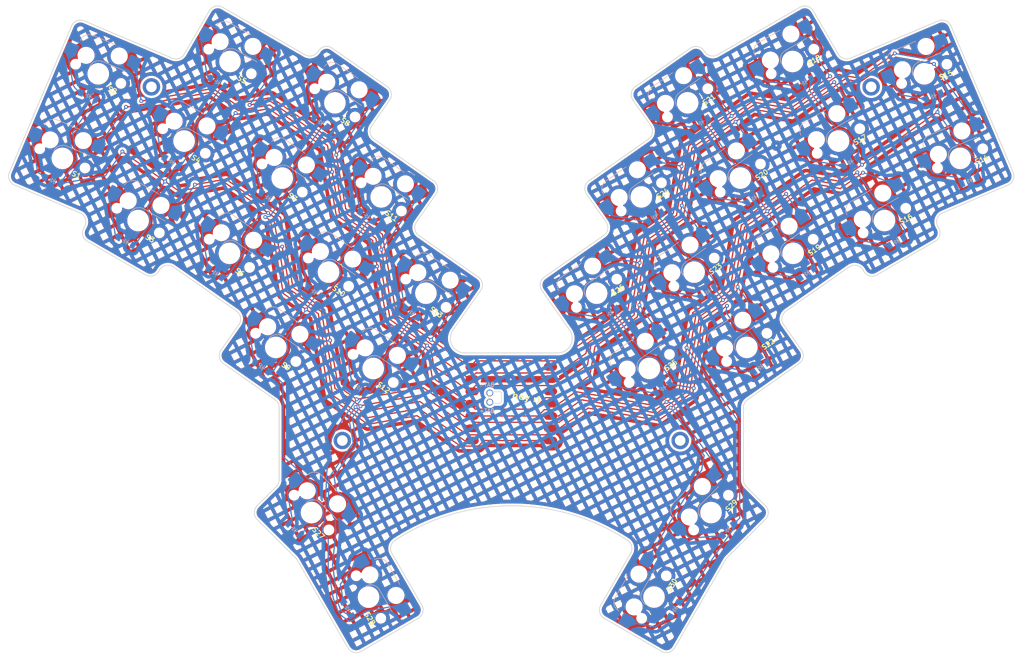
<source format=kicad_pcb>
(kicad_pcb (version 20241229) (generator "pcbnew") (generator_version "9.0")
  (layers (0 "F.Cu" signal) (2 "B.Cu" signal) (13 "F.Paste" user) (15 "B.Paste" user) (5 "F.SilkS" user "F.Silkscreen") (7 "B.SilkS" user "B.Silkscreen") (1 "F.Mask" user) (3 "B.Mask" user) (25 "Edge.Cuts" user))
  (net 0 "")
  (net 1 "P2")
  (net 2 "P0")
  (net 3 "pinky_home")
  (net 4 "P4")
  (net 5 "ring_bottom")
  (net 6 "P3")
  (net 7 "ring_home")
  (net 8 "P1")
  (net 9 "ring_top")
  (net 10 "P5")
  (net 11 "middle_bottom")
  (net 12 "middle_home")
  (net 13 "middle_top")
  (net 14 "index_bottom")
  (net 15 "index_home")
  (net 16 "index_top")
  (net 17 "inner_home")
  (net 18 "inner_top")
  (net 19 "mirror_pinky_home")
  (net 20 "mirror_ring_bottom")
  (net 21 "mirror_ring_home")
  (net 22 "mirror_ring_top")
  (net 23 "mirror_middle_bottom")
  (net 24 "mirror_middle_home")
  (net 25 "mirror_middle_top")
  (net 26 "mirror_index_bottom")
  (net 27 "mirror_index_home")
  (net 28 "mirror_index_top")
  (net 29 "mirror_inner_home")
  (net 30 "mirror_inner_top")
  (net 31 "tucky_default")
  (net 32 "reachy_default")
  (net 33 "mirror_tucky_default")
  (net 34 "mirror_reachy_default")
  (net 35 "P6")
  (net 36 "P7")
  (net 37 "P8")
  (net 38 "P10")
  (net 39 "P9")
  (net 40 "RAW5V")
  (net 41 "GND")
  (net 42 "RAW3V3")
  (net 43 "BAT_POS")
  (net 44 "BAT_NEG")
  (net 45 "pinky_top")
  (net 46 "mirror_pinky_top")
  (footprint "frequent:diode" (layer "F.Cu") (at 79.729921 57.984569 -30)
    (property "Reference" "D4" (hide yes))
    (property "Value" "" (hide yes))
  )
  (footprint "frequent:m2hole" (layer "F.Cu") (at 75.486145 42.453866 -26.5)
    (property "Reference" "_3" (hide yes))
    (property "Value" "" (hide yes))
  )
  (footprint "frequent:hsmx" (layer "F.Cu") (at 198.550118 96.34143 35)
    (property "Reference" "S22")
    (property "Value" "" (hide yes))
  )
  (footprint "frequent:hsmx" (layer "F.Cu") (at 176.754213 65.21365 35)
    (property "Reference" "S24")
    (property "Value" "" (hide yes))
  )
  (footprint "frequent:m2hole" (layer "F.Cu") (at 224.252477 42.453866 26.5)
    (property "Reference" "_4" (hide yes))
    (property "Value" "" (hide yes))
  )
  (footprint "frequent:diode" (layer "F.Cu") (at 244.612676 61.847276 23)
    (property "Reference" "D14" (hide yes))
    (property "Value" "" (hide yes))
  )
  (footprint "frequent:hsmx" (layer "F.Cu") (at 132.227478 85.138662 -35)
    (property "Reference" "S13")
    (property "Value" "" (hide yes))
  )
  (footprint "frequent:hsmx" (layer "F.Cu") (at 187.652163 80.777537 35)
    (property "Reference" "S23")
    (property "Value" "" (hide yes))
  )
  (footprint "frequent:diode" (layer "F.Cu") (at 229.508694 74.439053 30)
    (property "Reference" "D16" (hide yes))
    (property "Value" "" (hide yes))
  )
  (footprint "frequent:hsmx" (layer "F.Cu") (at 197.222182 61.319449 35)
    (property "Reference" "S20")
    (property "Value" "" (hide yes))
  )
  (footprint "frequent:diode" (layer "F.Cu") (at 116.036124 150.487114 -60)
    (property "Reference" "D28" (hide yes))
    (property "Value" "" (hide yes))
  )
  (footprint "frequent:diode" (layer "F.Cu") (at 220.008693 57.984574 30)
    (property "Reference" "D17" (hide yes))
    (property "Value" "" (hide yes))
  )
  (footprint "frequent:diode" (layer "F.Cu") (at 98.320617 100.437193 -35)
    (property "Reference" "D9" (hide yes))
    (property "Value" "" (hide yes))
  )
  (footprint "frequent:hsmx" (layer "F.Cu") (at 121.329533 100.702553 -35)
    (property "Reference" "S12")
    (property "Value" "" (hide yes))
  )
  (footprint "frequent:diode" (layer "F.Cu") (at 201.417997 100.437189 35)
    (property "Reference" "D22" (hide yes))
    (property "Value" "" (hide yes))
  )
  (footprint "frequent:diode" (layer "F.Cu") (at 183.702491 150.487117 60)
    (property "Reference" "D30" (hide yes))
    (property "Value" "" (hide yes))
  )
  (footprint "frequent:diode" (layer "F.Cu") (at 237.188787 44.357685 23)
    (property "Reference" "D15" (hide yes))
    (property "Value" "" (hide yes))
  )
  (footprint "frequent:diode" (layer "F.Cu") (at 210.988018 80.979103 35)
    (property "Reference" "D19" (hide yes))
    (property "Value" "" (hide yes))
  )
  (footprint "frequent:diode" (layer "F.Cu") (at 118.461642 104.798314 -35)
    (property "Reference" "D12" (hide yes))
    (property "Value" "" (hide yes))
  )
  (footprint "frequent:diode" (layer "F.Cu") (at 181.27697 104.798309 35)
    (property "Reference" "D25" (hide yes))
    (property "Value" "" (hide yes))
  )
  (footprint "frequent:hsmx" (layer "F.Cu") (at 91.618482 76.88334 -35)
    (property "Reference" "S6")
    (property "Value" "" (hide yes))
  )
  (footprint "frequent:diode" (layer "F.Cu") (at 99.648555 65.415218 -35)
    (property "Reference" "D7" (hide yes))
    (property "Value" "" (hide yes))
  )
  (footprint "frequent:diode" (layer "F.Cu") (at 88.750603 80.979103 -35)
    (property "Reference" "D6" (hide yes))
    (property "Value" "" (hide yes))
  )
  (footprint "frequent:hsmx" (layer "F.Cu") (at 108.577313 130.508529 -45)
    (property "Reference" "S27")
    (property "Value" "" (hide yes))
  )
  (footprint "frequent:hsmx" (layer "F.Cu") (at 208.008693 37.199961 30)
    (property "Reference" "S18")
    (property "Value" "" (hide yes))
  )
  (footprint "frequent:hsmx" (layer "F.Cu") (at 101.1885 96.341435 -35)
    (property "Reference" "S9")
    (property "Value" "" (hide yes))
  )
  (footprint "frequent:hsmx" (layer "F.Cu") (at 208.120128 76.883342 35)
    (property "Reference" "S19")
    (property "Value" "" (hide yes))
  )
  (footprint "frequent:hsmx" (layer "F.Cu") (at 102.516444 61.319455 -35)
    (property "Reference" "S7")
    (property "Value" "" (hide yes))
  )
  (footprint "frequent:diode" (layer "F.Cu") (at 120.116523 69.309415 -35)
    (property "Reference" "D11" (hide yes))
    (property "Value" "" (hide yes))
  )
  (footprint "frequent:xiao-smd" (layer "F.Cu") (at 149.869305 107.988664)
    (property "Reference" "MCU1" (hide yes))
    (property "Value" "xiao-ble" (hide yes))
    (fp_line (start -4.699 -0.7488) (end -4.699 -1.7902) (stroke (width 0.12)) (layer "Edge.Cuts"))
    (fp_line (start -4.0132 -2.476) (end -2.413 -2.476) (stroke (width 0.12)) (layer "Edge.Cuts"))
    (fp_line (start -2.413 -0.063) (end -4.0132 -0.063) (stroke (width 0.12)) (layer "Edge.Cuts"))
    (fp_line (start -2.032 -2.095) (end -2.032 -0.444) (stroke (width 0.12)) (layer "Edge.Cuts"))
    (fp_arc (start -4.699 -0.7488) (mid -4.095391 -0.666609) (end -4.0132 -0.063) (stroke (width 0.12)) (layer "Edge.Cuts"))
    (fp_arc (start -4.0132 -2.476) (mid -4.095391 -1.872391) (end -4.699 -1.7902) (stroke (width 0.12)) (layer "Edge.Cuts"))
    (fp_arc (start -2.413 -2.476) (mid -2.143592 -2.364408) (end -2.032 -2.095) (stroke (width 0.12)) (layer "Edge.Cuts"))
    (fp_arc (start -2.032 -0.444) (mid -2.143592 -0.174592) (end -2.413 -0.063) (stroke (width 0.12)) (layer "Edge.Cuts"))
  )
  (footprint "frequent:diode" (layer "F.Cu") (at 190.520046 84.873302 35)
    (property "Reference" "D23" (hide yes))
    (property "Value" "" (hide yes))
  )
  (footprint "frequent:hsmx" (layer "F.Cu") (at 227.008698 70.108923 30)
    (property "Reference" "S16")
    (property "Value" "" (hide yes))
  )
  (footprint "frequent:diode" (layer "F.Cu") (at 110.546504 49.85133 -35)
    (property "Reference" "D8" (hide yes))
    (property "Value" "" (hide yes))
  )
  (footprint "frequent:hsmx" (layer "F.Cu") (at 122.984404 65.213653 -35)
    (property "Reference" "S11")
    (property "Value" "" (hide yes))
  )
  (footprint "frequent:diode" (layer "F.Cu") (at 189.192114 49.851326 35)
    (property "Reference" "D21" (hide yes))
    (property "Value" "" (hide yes))
  )
  (footprint "frequent:hsmx" (layer "F.Cu") (at 64.503484 39.755159 -23)
    (property "Reference" "S2")
    (property "Value" "" (hide yes))
  )
  (footprint "frequent:diode" (layer "F.Cu") (at 109.218569 84.873301 -35)
    (property "Reference" "D10" (hide yes))
    (property "Value" "" (hide yes))
  )
  (footprint "frequent:diode" (layer "F.Cu") (at 194.696838 134.044068 45)
    (property "Reference" "D29" (hide yes))
    (property "Value" "" (hide yes))
  )
  (footprint "frequent:hsmx" (layer "F.Cu") (at 217.508696 53.654444 30)
    (property "Reference" "S17")
    (property "Value" "" (hide yes))
  )
  (footprint "frequent:hsmx" (layer "F.Cu") (at 112.086455 80.777539 -35)
    (property "Reference" "S10")
    (property "Value" "" (hide yes))
  )
  (footprint "frequent:hsmx" (layer "F.Cu") (at 235.235133 39.755171 23)
    (property "Reference" "S15")
    (property "Value" "" (hide yes))
  )
  (footprint "frequent:diode" (layer "F.Cu") (at 89.229924 41.530084 -30)
    (property "Reference" "D5" (hide yes))
    (property "Value" "" (hide yes))
  )
  (footprint "frequent:diode" (layer "F.Cu") (at 170.379022 89.234427 35)
    (property "Reference" "D26" (hide yes))
    (property "Value" "" (hide yes))
  )
  (footprint "frequent:hsmx" (layer "F.Cu") (at 72.729923 70.108926 -30)
    (property "Reference" "S3")
    (property "Value" "" (hide yes))
  )
  (footprint "frequent:diode" (layer "F.Cu") (at 105.041779 134.044064 -45)
    (property "Reference" "D27" (hide yes))
    (property "Value" "" (hide yes))
  )
  (footprint "frequent:hsmx" (layer "F.Cu") (at 178.409089 100.702553 35)
    (property "Reference" "S25")
    (property "Value" "" (hide yes))
  )
  (footprint "frequent:m2hole" (layer "F.Cu") (at 114.953423 115.605538)
    (property "Reference" "_1" (hide yes))
    (property "Value" "" (hide yes))
  )
  (footprint "frequent:diode" (layer "F.Cu") (at 55.125941 61.84728 -23)
    (property "Reference" "D1" (hide yes))
    (property "Value" "" (hide yes))
  )
  (footprint "frequent:diode" (layer "F.Cu") (at 179.622097 69.309413 35)
    (property "Reference" "D24" (hide yes))
    (property "Value" "" (hide yes))
  )
  (footprint "frequent:hsmx" (layer "F.Cu") (at 186.32423 45.755565 35)
    (property "Reference" "S21")
    (property "Value" "" (hide yes))
  )
  (footprint "frequent:diode" (layer "F.Cu") (at 210.508692 41.530094 30)
    (property "Reference" "D18" (hide yes))
    (property "Value" "" (hide yes))
  )
  (footprint "frequent:hsmx" (layer "F.Cu") (at 113.414387 45.755559 -35)
    (property "Reference" "S8")
    (property "Value" "" (hide yes))
  )
  (footprint "frequent:hsmx" (layer "F.Cu") (at 179.372363 147.987111 60)
    (property "Reference" "S30")
    (property "Value" "" (hide yes))
  )
  (footprint "frequent:hsmx" (layer "F.Cu") (at 57.079592 57.244755 -23)
    (property "Reference" "S1")
    (property "Value" "" (hide yes))
  )
  (footprint "frequent:hsmx" (layer "F.Cu") (at 242.659026 57.24476 23)
    (property "Reference" "S14")
    (property "Value" "" (hide yes))
  )
  (footprint "frequent:hsmx" (layer "F.Cu") (at 120.366251 147.987112 -60)
    (property "Reference" "S28")
    (property "Value" "" (hide yes))
  )
  (footprint "frequent:diode" (layer "F.Cu") (at 70.229926 74.439051 -30)
    (property "Reference" "D3" (hide yes))
    (property "Value" "" (hide yes))
  )
  (footprint "frequent:hsmx" (layer "F.Cu") (at 191.161309 130.508528 45)
    (property "Reference" "S29")
    (property "Value" "" (hide yes))
  )
  (footprint "frequent:diode" (layer "F.Cu") (at 62.549828 44.357688 -23)
    (property "Reference" "D2" (hide yes))
    (property "Value" "" (hide yes))
  )
  (footprint "frequent:m2hole" (layer "F.Cu") (at 184.785202 115.605536)
    (property "Reference" "_2" (hide yes))
    (property "Value" "" (hide yes))
  )
  (footprint "frequent:hsmx" (layer "F.Cu") (at 167.511138 85.138663 35)
    (property "Reference" "S26")
    (property "Value" "" (hide yes))
  )
  (footprint "frequent:diode" (layer "F.Cu") (at 200.090065 65.41521 35)
    (property "Reference" "D20" (hide yes))
    (property "Value" "" (hide yes))
  )
  (footprint "frequent:hsmx" (layer "F.Cu") (at 82.229926 53.654447 -30)
    (property "Reference" "S4")
    (property "Value" "" (hide yes))
  )
  (footprint "frequent:hsmx" (layer "F.Cu") (at 91.729928 37.19996 -30)
    (property "Reference" "S5")
    (property "Value" "" (hide yes))
  )
  (footprint "frequent:diode" (layer "F.Cu") (at 129.3596 89.234424 -35)
    (property "Reference" "D13" (hide yes))
    (property "Value" "" (hide yes))
  )
  (gr_arc (start 198.430092 125.120107) (mid 197.996547 124.471259) (end 197.84431 123.705891) (stroke (width 0.15)) (layer "Edge.Cuts"))
  (gr_line (start 175.497618 42.410508) (end 186.88383 34.437796) (stroke (width 0.15)) (layer "Edge.Cuts"))
  (gr_arc (start 109.861615 35.225601) (mid 108.656189 36.031068) (end 107.223307 35.810501) (stroke (width 0.15)) (layer "Edge.Cuts"))
  (gr_arc (start 192.515311 35.810503) (mid 191.082429 36.031057) (end 189.877004 35.225608) (stroke (width 0.15)) (layer "Edge.Cuts"))
  (gr_arc (start 165.436448 64.654056) (mid 165.105143 63.159604) (end 165.927601 61.868599) (stroke (width 0.15)) (layer "Edge.Cuts"))
  (gr_arc (start 206.168319 91.617498) (mid 205.836972 90.123032) (end 206.659468 88.832043) (stroke (width 0.15)) (layer "Edge.Cuts"))
  (gr_arc (start 125.835028 136.251263) (mid 149.869304 129.107107) (end 173.90358 136.251263) (stroke (width 0.15)) (layer "Edge.Cuts"))
  (gr_line (start 239.013835 68.514972) (end 252.553576 62.767689) (stroke (width 0.15)) (layer "Edge.Cuts"))
  (gr_line (start 238.063257 71.355978) (end 238.234624 71.652801) (stroke (width 0.15)) (layer "Edge.Cuts"))
  (gr_arc (start 169.462953 70.404502) (mid 169.794287 71.898973) (end 168.971803 73.189967) (stroke (width 0.15)) (layer "Edge.Cuts"))
  (gr_arc (start 238.234624 71.652801) (mid 238.434426 73.170441) (end 237.502564 74.384853) (stroke (width 0.15)) (layer "Edge.Cuts"))
  (gr_arc (start 253.613121 60.145223) (mid 253.626488 61.675905) (end 252.553576 62.767689) (stroke (width 0.15)) (layer "Edge.Cuts"))
  (gr_arc (start 110.069334 34.92895) (mid 111.360334 34.106512) (end 112.854791 34.437795) (stroke (width 0.15)) (layer "Edge.Cuts"))
  (gr_arc (start 121.523744 53.264959) (mid 120.701245 51.973942) (end 121.032585 50.479498) (stroke (width 0.15)) (layer "Edge.Cuts"))
  (gr_arc (start 77.158414 80.338567) (mid 78.45759 79.385967) (end 80.037611 79.700262) (stroke (width 0.15)) (layer "Edge.Cuts"))
  (gr_line (start 137.81134 92.767932) (end 143.545245 84.579064) (stroke (width 0.15)) (layer "Edge.Cuts"))
  (gr_arc (start 60.724781 68.51497) (mid 61.839968 69.721372) (end 61.675367 71.355973) (stroke (width 0.15)) (layer "Edge.Cuts"))
  (gr_arc (start 175.006465 45.195968) (mid 174.675149 43.70151) (end 175.497618 42.410508) (stroke (width 0.15)) (layer "Edge.Cuts"))
  (gr_arc (start 90.361885 99.686487) (mid 89.539418 98.395482) (end 89.870737 96.901029) (stroke (width 0.15)) (layer "Edge.Cuts"))
  (gr_arc (start 169.084176 152.381791) (mid 168.152309 151.167372) (end 168.352125 149.649738) (stroke (width 0.15)) (layer "Edge.Cuts"))
  (gr_arc (start 209.867882 96.901031) (mid 210.199209 98.395483) (end 209.376739 99.686487) (stroke (width 0.15)) (layer "Edge.Cuts"))
  (gr_line (start 225.464816 81.33486) (end 237.502564 74.384853) (stroke (width 0.15)) (layer "Edge.Cuts"))
  (gr_arc (start 197.844311 108.802714) (mid 198.070285 107.879214) (end 198.697156 107.164408) (stroke (width 0.15)) (layer "Edge.Cuts"))
  (gr_line (start 219.973181 36.510548) (end 238.135598 28.801059) (stroke (width 0.15)) (layer "Edge.Cuts"))
  (gr_arc (start 77.005851 80.602807) (mid 75.791436 81.534656) (end 74.273797 81.334855) (stroke (width 0.15)) (layer "Edge.Cuts"))
  (gr_arc (start 140.268797 97.488667) (mid 137.607789 95.873916) (end 137.81134 92.767932) (stroke (width 0.15)) (layer "Edge.Cuts"))
  (gr_line (start 89.870737 96.901029) (end 93.570298 91.617505) (stroke (width 0.15)) (layer "Edge.Cuts"))
  (gr_arc (start 105.246079 139.834513) (mid 105.418574 140.031206) (end 105.56392 140.248732) (stroke (width 0.15)) (layer "Edge.Cuts"))
  (gr_line (start 61.503994 71.652805) (end 61.675367 71.355973) (stroke (width 0.15)) (layer "Edge.Cuts"))
  (gr_line (start 121.523744 53.264959) (end 133.811021 61.868597) (stroke (width 0.15)) (layer "Edge.Cuts"))
  (gr_line (start 192.515311 35.810503) (end 209.552571 25.974036) (stroke (width 0.15)) (layer "Edge.Cuts"))
  (gr_line (start 109.861615 35.225601) (end 110.069334 34.92895) (stroke (width 0.15)) (layer "Edge.Cuts"))
  (gr_arc (start 87.453999 26.706085) (mid 88.668418 25.774207) (end 90.186051 25.974033) (stroke (width 0.15)) (layer "Edge.Cuts"))
  (gr_line (start 130.766815 73.189959) (end 143.054093 81.793611) (stroke (width 0.15)) (layer "Edge.Cuts"))
  (gr_arc (start 219.973181 36.510548) (mid 218.557101 36.566196) (end 217.459676 35.66954) (stroke (width 0.15)) (layer "Edge.Cuts"))
  (gr_line (start 97.334312 129.094314) (end 101.308519 125.120109) (stroke (width 0.15)) (layer "Edge.Cuts"))
  (gr_arc (start 82.278942 35.669537) (mid 81.181501 36.566162) (end 79.765433 36.510549) (stroke (width 0.15)) (layer "Edge.Cuts"))
  (gr_line (start 198.697156 107.164408) (end 209.376739 99.686487) (stroke (width 0.15)) (layer "Edge.Cuts"))
  (gr_arc (start 173.90358 136.251263) (mid 174.756271 137.461483) (end 174.543171 138.926528) (stroke (width 0.15)) (layer "Edge.Cuts"))
  (gr_arc (start 209.552574 25.974035) (mid 211.070221 25.774217) (end 212.284622 26.706077) (stroke (width 0.15)) (layer "Edge.Cuts"))
  (gr_line (start 165.436448 64.654056) (end 169.462953 70.404502) (stroke (width 0.15)) (layer "Edge.Cuts"))
  (gr_line (start 222.732763 80.602796) (end 222.580207 80.33856) (stroke (width 0.15)) (layer "Edge.Cuts"))
  (gr_arc (start 186.88383 34.437796) (mid 188.378286 34.106473) (end 189.669283 34.928948) (stroke (width 0.15)) (layer "Edge.Cuts"))
  (gr_arc (start 219.701004 79.700262) (mid 221.281055 79.385949) (end 222.580207 80.33856) (stroke (width 0.15)) (layer "Edge.Cuts"))
  (gr_line (start 169.084176 152.381791) (end 180.916244 159.213041) (stroke (width 0.15)) (layer "Edge.Cuts"))
  (gr_arc (start 133.811021 61.868597) (mid 134.633496 63.159604) (end 134.302176 64.654058) (stroke (width 0.15)) (layer "Edge.Cuts"))
  (gr_arc (start 118.822373 159.213045) (mid 117.304747 159.412828) (end 116.090322 158.480992) (stroke (width 0.15)) (layer "Edge.Cuts"))
  (gr_line (start 80.037611 79.700262) (end 93.079154 88.832041) (stroke (width 0.15)) (layer "Edge.Cuts"))
  (gr_line (start 183.648295 158.480995) (end 194.174696 140.248733) (stroke (width 0.15)) (layer "Edge.Cuts"))
  (gr_line (start 90.361885 99.686487) (end 101.041458 107.164414) (stroke (width 0.15)) (layer "Edge.Cuts"))
  (gr_line (start 90.186051 25.974033) (end 107.223307 35.810501) (stroke (width 0.15)) (layer "Edge.Cuts"))
  (gr_line (start 198.430099 125.120101) (end 202.404306 129.094315) (stroke (width 0.15)) (layer "Edge.Cuts"))
  (gr_arc (start 93.079154 88.832041) (mid 93.901586 90.123046) (end 93.570298 91.617505) (stroke (width 0.15)) (layer "Edge.Cuts"))
  (gr_line (start 175.006465 45.195968) (end 178.706029 50.479497) (stroke (width 0.15)) (layer "Edge.Cuts"))
  (gr_line (start 82.278942 35.669537) (end 87.453997 26.706083) (stroke (width 0.15)) (layer "Edge.Cuts"))
  (gr_line (start 165.927601 61.868599) (end 178.214881 53.264957) (stroke (width 0.15)) (layer "Edge.Cuts"))
  (gr_line (start 194.492529 139.834514) (end 202.404307 131.922741) (stroke (width 0.15)) (layer "Edge.Cuts"))
  (gr_arc (start 47.185043 62.767695) (mid 46.112144 61.6759) (end 46.125499 60.145225) (stroke (width 0.15)) (layer "Edge.Cuts"))
  (gr_line (start 125.195445 138.926529) (end 131.386495 149.649739) (stroke (width 0.15)) (layer "Edge.Cuts"))
  (gr_line (start 121.032585 50.479498) (end 124.732156 45.195969) (stroke (width 0.15)) (layer "Edge.Cuts"))
  (gr_arc (start 194.174696 140.248733) (mid 194.32004 140.03121) (end 194.492529 139.834514) (stroke (width 0.15)) (layer "Edge.Cuts"))
  (gr_line (start 156.193369 84.57907) (end 161.927279 92.767932) (stroke (width 0.15)) (layer "Edge.Cuts"))
  (gr_line (start 112.854791 34.437795) (end 124.241011 42.410512) (stroke (width 0.15)) (layer "Edge.Cuts"))
  (gr_line (start 130.275667 70.404503) (end 134.302176 64.654058) (stroke (width 0.15)) (layer "Edge.Cuts"))
  (gr_arc (start 58.980549 29.860612) (mid 60.072348 28.787696) (end 61.603018 28.801063) (stroke (width 0.15)) (layer "Edge.Cuts"))
  (gr_line (start 61.603018 28.801063) (end 79.765433 36.510549) (stroke (width 0.15)) (layer "Edge.Cuts"))
  (gr_arc (start 178.706029 50.479497) (mid 179.037371 51.973967) (end 178.214881 53.264957) (stroke (width 0.15)) (layer "Edge.Cuts"))
  (gr_arc (start 238.063253 71.355983) (mid 237.898667 69.721386) (end 239.013835 68.514972) (stroke (width 0.15)) (layer "Edge.Cuts"))
  (gr_arc (start 125.195449 138.92653) (mid 124.982297 137.461478) (end 125.835028 136.251263) (stroke (width 0.15)) (layer "Edge.Cuts"))
  (gr_line (start 62.236047 74.384855) (end 74.273797 81.334855) (stroke (width 0.15)) (layer "Edge.Cuts"))
  (gr_line (start 105.56392 140.248732) (end 116.090322 158.480992) (stroke (width 0.15)) (layer "Edge.Cuts"))
  (gr_line (start 101.894314 108.802711) (end 101.894309 123.705895) (stroke (width 0.15)) (layer "Edge.Cuts"))
  (gr_arc (start 161.927279 92.767932) (mid 162.130879 95.873945) (end 159.469826 97.488661) (stroke (width 0.15)) (layer "Edge.Cuts"))
  (gr_line (start 156.684521 81.793613) (end 168.971803 73.189967) (stroke (width 0.15)) (layer "Edge.Cuts"))
  (gr_line (start 206.659468 88.832043) (end 219.701004 79.700262) (stroke (width 0.15)) (layer "Edge.Cuts"))
  (gr_arc (start 202.404306 129.094315) (mid 202.990074 130.508519) (end 202.404307 131.922741) (stroke (width 0.15)) (layer "Edge.Cuts"))
  (gr_arc (start 183.648295 158.480995) (mid 182.433876 159.412878) (end 180.916244 159.213041) (stroke (width 0.15)) (layer "Edge.Cuts"))
  (gr_line (start 118.822373 159.213045) (end 130.654448 152.381792) (stroke (width 0.15)) (layer "Edge.Cuts"))
  (gr_line (start 46.125499 60.145225) (end 58.980553 29.860613) (stroke (width 0.15)) (layer "Edge.Cuts"))
  (gr_arc (start 124.241011 42.410512) (mid 125.06348 43.701518) (end 124.732156 45.195969) (stroke (width 0.15)) (layer "Edge.Cuts"))
  (gr_line (start 189.669283 34.928948) (end 189.877004 35.225608) (stroke (width 0.15)) (layer "Edge.Cuts"))
  (gr_line (start 212.284622 26.706077) (end 217.459676 35.66954) (stroke (width 0.15)) (layer "Edge.Cuts"))
  (gr_line (start 206.168319 91.617498) (end 209.867882 96.901031) (stroke (width 0.15)) (layer "Edge.Cuts"))
  (gr_arc (start 238.135598 28.801059) (mid 239.666291 28.787675) (end 240.758068 29.860615) (stroke (width 0.15)) (layer "Edge.Cuts"))
  (gr_line (start 240.758068 29.860615) (end 253.613123 60.145223) (stroke (width 0.15)) (layer "Edge.Cuts"))
  (gr_arc (start 225.464816 81.33486) (mid 223.947164 81.534669) (end 222.732763 80.602796) (stroke (width 0.15)) (layer "Edge.Cuts"))
  (gr_arc (start 143.054093 81.793611) (mid 143.876528 83.084615) (end 143.545245 84.579064) (stroke (width 0.15)) (layer "Edge.Cuts"))
  (gr_line (start 47.185043 62.767696) (end 60.724781 68.51497) (stroke (width 0.15)) (layer "Edge.Cuts"))
  (gr_line (start 159.469826 97.488661) (end 140.268797 97.488667) (stroke (width 0.15)) (layer "Edge.Cuts"))
  (gr_line (start 97.334314 131.922745) (end 105.246084 139.834515) (stroke (width 0.15)) (layer "Edge.Cuts"))
  (gr_arc (start 62.236047 74.384855) (mid 61.304218 73.17044) (end 61.503994 71.652805) (stroke (width 0.15)) (layer "Edge.Cuts"))
  (gr_arc (start 131.386495 149.649739) (mid 131.586265 151.16736) (end 130.654448 152.381792) (stroke (width 0.15)) (layer "Edge.Cuts"))
  (gr_line (start 197.84431 123.705891) (end 197.844311 108.802714) (stroke (width 0.15)) (layer "Edge.Cuts"))
  (gr_arc (start 130.766815 73.189959) (mid 129.944396 71.898958) (end 130.275667 70.404503) (stroke (width 0.15)) (layer "Edge.Cuts"))
  (gr_arc (start 101.041458 107.164414) (mid 101.668317 107.87922) (end 101.894314 108.802711) (stroke (width 0.15)) (layer "Edge.Cuts"))
  (gr_line (start 168.352125 149.649738) (end 174.543171 138.926528) (stroke (width 0.15)) (layer "Edge.Cuts"))
  (gr_arc (start 97.33431 131.922741) (mid 96.748497 130.508519) (end 97.334312 129.094314) (stroke (width 0.15)) (layer "Edge.Cuts"))
  (gr_arc (start 101.894309 123.705895) (mid 101.742071 124.471262) (end 101.308527 125.120109) (stroke (width 0.15)) (layer "Edge.Cuts"))
  (gr_line (start 77.158414 80.338567) (end 77.005851 80.602807) (stroke (width 0.15)) (layer "Edge.Cuts"))
  (gr_arc (start 156.193368 84.579067) (mid 155.862052 83.084611) (end 156.684521 81.793613) (stroke (width 0.15)) (layer "Edge.Cuts"))
  (segment (start 111.389709 54.22614) (end 111.880695 54.569928) (width 0.25) (layer "F.Cu") (net 1))
  (segment (start 177.97312 74.138965) (end 181.278298 71.824658) (width 0.25) (layer "F.Cu") (net 1))
  (segment (start 121.872654 73.774122) (end 124.842216 90.615379) (width 0.25) (layer "F.Cu") (net 1))
  (segment (start 165.624501 99.936581) (end 159.491014 104.231291) (width 0.25) (layer "F.Cu") (net 1))
  (segment (start 112.844622 60.036624) (end 114.336454 68.497223) (width 0.25) (layer "F.Cu") (net 1))
  (segment (start 166.33962 95.880956) (end 165.624501 99.936581) (width 0.25) (layer "F.Cu") (net 1))
  (segment (start 207.691565 47.715548) (end 215.391279 42.324153) (width 0.25) (layer "F.Cu") (net 1))
  (segment (start 141.299352 105.448668) (end 142.516719 104.231292) (width 0.25) (layer "F.Cu") (net 1))
  (segment (start 133.20415 96.470463) (end 133.869977 100.246559) (width 0.25) (layer "F.Cu") (net 1))
  (segment (start 187.219592 55.09054) (end 194.591462 49.928702) (width 0.25) (layer "F.Cu") (net 1))
  (segment (start 181.278298 71.824658) (end 184.690168 69.435642) (width 0.25) (layer "F.Cu") (net 1))
  (segment (start 199.75162 46.315515) (end 205.357775 47.304043) (width 0.25) (layer "F.Cu") (net 1))
  (segment (start 70.33111 46.657044) (end 70.229535 46.585912) (width 0.25) (layer "F.Cu") (net 1))
  (segment (start 87.983944 43.544365) (end 70.33111 46.657044) (width 0.25) (layer "F.Cu") (net 1))
  (segment (start 205.357775 47.304043) (end 207.691565 47.715548) (width 0.25) (layer "F.Cu") (net 1))
  (segment (start 175.326969 89.146043) (end 177.475757 76.959671) (width 0.25) (layer "F.Cu") (net 1))
  (segment (start 185.973224 62.159063) (end 187.219592 55.09054) (width 0.25) (layer "F.Cu") (net 1))
  (segment (start 142.516719 104.231292) (end 159.491014 104.231291) (width 0.25) (layer "F.Cu") (net 1))
  (segment (start 111.880695 54.569928) (end 112.844622 60.036624) (width 0.25) (layer "F.Cu") (net 1))
  (segment (start 124.842216 90.615379) (end 132.46716 95.954418) (width 0.25) (layer "F.Cu") (net 1))
  (segment (start 97.867382 46.558721) (end 99.922082 46.19642) (width 0.25) (layer "F.Cu") (net 1))
  (segment (start 194.591462 49.928702) (end 199.75162 46.315515) (width 0.25) (layer "F.Cu") (net 1))
  (segment (start 185.119867 66.998686) (end 185.973224 62.159063) (width 0.25) (layer "F.Cu") (net 1))
  (segment (start 99.922082 46.19642) (end 111.062048 53.996708) (width 0.25) (layer "F.Cu") (net 1))
  (segment (start 177.475757 76.959671) (end 177.97312 74.138965) (width 0.25) (layer "F.Cu") (net 1))
  (segment (start 175.238076 89.65019) (end 166.74894 95.594346) (width 0.25) (layer "F.Cu") (net 1))
  (segment (start 175.326969 89.146043) (end 175.238076 89.65019) (width 0.25) (layer "F.Cu") (net 1))
  (segment (start 133.869977 100.246559) (end 141.299354 105.448659) (width 0.25) (layer "F.Cu") (net 1))
  (segment (start 111.062048 53.996708) (end 111.389709 54.22614) (width 0.25) (layer "F.Cu") (net 1))
  (segment (start 97.867382 46.558721) (end 93.411074 47.344491) (width 0.25) (layer "F.Cu") (net 1))
  (segment (start 184.690168 69.435642) (end 185.119867 66.998686) (width 0.25) (layer "F.Cu") (net 1))
  (segment (start 132.46716 95.954418) (end 133.20415 96.470463) (width 0.25) (layer "F.Cu") (net 1))
  (segment (start 93.411074 47.344491) (end 87.983944 43.544365) (width 0.25) (layer "F.Cu") (net 1))
  (segment (start 166.74894 95.594346) (end 166.33962 95.880956) (width 0.25) (layer "F.Cu") (net 1))
  (segment (start 114.336454 68.497223) (end 121.872654 73.774122) (width 0.25) (layer "F.Cu") (net 1))
  (segment (start 215.391279 42.324153) (end 216.620004 41.463785) (width 0.25) (layer "F.Cu") (net 1))
  (via (at 216.620004 41.463785) (size 0.8) (drill 0.4) (layers "F.Cu" "B.Cu") (net 1))
  (via (at 132.46716 95.954418) (size 0.8) (drill 0.4) (layers "F.Cu" "B.Cu") (net 1))
  (via (at 70.229535 46.585912) (size 0.8) (drill 0.4) (layers "F.Cu" "B.Cu") (net 1))
  (via (at 112.844622 60.036624) (size 0.8) (drill 0.4) (layers "F.Cu" "B.Cu") (net 1))
  (via (at 185.119867 66.998686) (size 0.8) (drill 0.4) (layers "F.Cu" "B.Cu") (net 1))
  (segment (start 189.523881 73.265416) (end 185.138129 67.001903) (width 0.25) (layer "B.Cu") (net 1))
  (segment (start 110.215693 60.508995) (end 110.222745 60.498932) (width 0.25) (layer "B.Cu") (net 1))
  (segment (start 64.442099 54.851244) (end 70.229535 46.585912) (width 0.25) (layer "B.Cu") (net 1))
  (segment (start 185.138129 67.001903) (end 185.119867 66.998686) (width 0.25) (layer "B.Cu") (net 1))
  (segment (start 216.619568 41.466272) (end 216.620004 41.463785) (width 0.25) (layer "B.Cu") (net 1))
  (segment (start 220.028016 46.334029) (end 216.619568 41.466272) (width 0.25) (layer "B.Cu") (net 1))
  (segment (start 129.028783 99.892089) (end 129.805924 99.755061) (width 0.25) (layer "B.Cu") (net 1))
  (segment (start 129.805924 99.755061) (end 132.46716 95.954418) (width 0.25) (layer "B.Cu") (net 1))
  (segment (start 110.222745 60.498932) (end 112.844622 60.036624) (width 0.25) (layer "B.Cu") (net 1))
  (segment (start 159.169661 99.131296) (end 173.914393 88.806915) (width 0.25) (layer "F.Cu") (net 2))
  (segment (start 133.298847 94.766652) (end 141.299352 100.368665) (width 0.25) (layer "F.Cu") (net 2))
  (segment (start 185.895918 54.247268) (end 199.411933 44.783255) (width 0.25) (layer "F.Cu") (net 2))
  (segment (start 113.695529 56.512112) (end 115.660126 67.653947) (width 0.25) (layer "F.Cu") (net 2))
  (segment (start 176.649438 73.295695) (end 183.366489 68.59237) (width 0.25) (layer "F.Cu") (net 2))
  (segment (start 199.411933 44.783255) (end 206.097027 45.962013) (width 0.25) (layer "F.Cu") (net 2))
  (segment (start 123.196331 72.930849) (end 126.165896 89.772111) (width 0.25) (layer "F.Cu") (net 2))
  (segment (start 88.153786 42.778236) (end 92.741041 45.99026) (width 0.25) (layer "F.Cu") (net 2))
  (segment (start 100.261777 44.664148) (end 113.204378 53.726663) (width 0.25) (layer "F.Cu") (net 2))
  (segment (start 113.204378 53.726663) (end 113.695529 56.512112) (width 0.25) (layer "F.Cu") (net 2))
  (segment (start 185.079398 58.877983) (end 185.895918 54.247268) (width 0.25) (layer "F.Cu") (net 2))
  (segment (start 206.097027 45.962013) (end 207.350479 46.183037) (width 0.25) (layer "F.Cu") (net 2))
  (segment (start 126.165896 89.772111) (end 133.298847 94.766652) (width 0.25) (layer "F.Cu") (net 2))
  (segment (start 173.914393 88.806915) (end 176.649438 73.295695) (width 0.25) (layer "F.Cu") (net 2))
  (segment (start 142.536716 99.131296) (end 159.169661 99.131296) (width 0.25) (layer "F.Cu") (net 2))
  (segment (start 207.350479 46.183037) (end 215.787747 40.275193) (width 0.25) (layer "F.Cu") (net 2))
  (segment (start 141.29935 100.368666) (end 142.536716 99.131296) (width 0.25) (layer "F.Cu") (net 2))
  (segment (start 92.741041 45.99026) (end 100.261777 44.664148) (width 0.25) (layer "F.Cu") (net 2))
  (segment (start 73.390866 45.381341) (end 88.153786 42.778236) (width 0.25) (layer "F.Cu") (net 2))
  (segment (start 115.660126 67.653947) (end 123.196331 72.930849) (width 0.25) (layer "F.Cu") (net 2))
  (segment (start 183.366489 68.59237) (end 185.079398 58.877983) (width 0.25) (layer "F.Cu") (net 2))
  (via (at 133.298847 94.766652) (size 0.8) (drill 0.4) (layers "F.Cu" "B.Cu") (net 2))
  (via (at 113.695529 56.512112) (size 0.8) (drill 0.4) (layers "F.Cu" "B.Cu") (net 2))
  (via (at 215.787747 40.275193) (size 0.8) (drill 0.4) (layers "F.Cu" "B.Cu") (net 2))
  (via (at 185.079398 58.877983) (size 0.8) (drill 0.4) (layers "F.Cu" "B.Cu") (net 2))
  (via (at 73.390866 45.381341) (size 0.8) (drill 0.4) (layers "F.Cu" "B.Cu") (net 2))
  (segment (start 139.926735 84.328205) (end 140.063768 85.105349) (width 0.25) (layer "B.Cu") (net 2))
  (segment (start 213.311783 36.739164) (end 215.787747 40.275193) (width 0.25) (layer "B.Cu") (net 2))
  (segment (start 71.99239 37.450155) (end 73.390866 45.381341) (width 0.25) (layer "B.Cu") (net 2))
  (segment (start 178.625929 57.701528) (end 185.048619 58.834019) (width 0.25) (layer "B.Cu") (net 2))
  (segment (start 210.528016 29.879551) (end 210.596472 29.891623) (width 0.25) (layer "B.Cu") (net 2))
  (segment (start 213.567594 35.288427) (end 213.311783 36.739164) (width 0.25) (layer "B.Cu") (net 2))
  (segment (start 71.865987 37.361651) (end 71.99239 37.450155) (width 0.25) (layer "B.Cu") (net 2))
  (segment (start 121.113645 44.945103) (end 121.250672 45.722246) (width 0.25) (layer "B.Cu") (net 2))
  (segment (start 213.730077 34.366888) (end 213.567594 35.288427) (width 0.25) (layer "B.Cu") (net 2))
  (segment (start 185.048619 58.834019) (end 185.079398 58.877983) (width 0.25) (layer "B.Cu") (net 2))
  (segment (start 210.596472 29.891623) (end 213.730077 34.366888) (width 0.25) (layer "B.Cu") (net 2))
  (segment (start 140.063768 85.105349) (end 133.298847 94.766652) (width 0.25) (layer "B.Cu") (net 2))
  (segment (start 121.250672 45.722246) (end 113.695529 56.512112) (width 0.25) (layer "B.Cu") (net 2))
  (segment (start 51.550273 52.138344) (end 50.777364 53.242177) (width 0.25) (layer "B.Cu") (net 3))
  (segment (start 51.982671 60.077823) (end 53.561081 61.183033) (width 0.25) (layer "B.Cu") (net 3))
  (segment (start 50.777364 53.242177) (end 51.982671 60.077823) (width 0.25) (layer "B.Cu") (net 3))
  (segment (start 90.887409 61.539028) (end 102.191707 69.454381) (width 0.25) (layer "F.Cu") (net 4))
  (segment (start 183.394225 106.633993) (end 185.278527 105.314595) (width 0.25) (layer "F.Cu") (net 4))
  (segment (start 141.299349 110.528665) (end 140.290786 110.706504) (width 0.25) (layer "F.Cu") (net 4))
  (segment (start 191.985207 86.823765) (end 195.016319 84.70136) (width 0.25) (layer "F.Cu") (net 4))
  (segment (start 117.928009 107.085942) (end 117.928009 107.085942) (width 0.25) (layer "F.Cu") (net 4))
  (segment (start 181.960987 107.637561) (end 181.978974 107.624965) (width 0.25) (layer "F.Cu") (net 4))
  (segment (start 163.778053 106.334624) (end 159.641179 109.231287) (width 0.25) (layer "F.Cu") (net 4))
  (segment (start 187.589969 92.205744) (end 188.053525 89.576755) (width 0.25) (layer "F.Cu") (net 4))
  (segment (start 159.641179 109.231287) (end 156.694251 109.231291) (width 0.25) (layer "F.Cu") (net 4))
  (segment (start 188.053525 89.576755) (end 191.985207 86.823765) (width 0.25) (layer "F.Cu") (net 4))
  (segment (start 197.42296 71.052622) (end 206.679126 64.571386) (width 0.25) (layer "F.Cu") (net 4))
  (segment (start 140.290786 110.706504) (end 131.661669 104.664328) (width 0.25) (layer "F.Cu") (net 4))
  (segment (start 195.016319 84.70136) (end 196.799775 74.586886) (width 0.25) (layer "F.Cu") (net 4))
  (segment (start 131.661669 104.664328) (end 117.928009 107.085942) (width 0.25) (layer "F.Cu") (net 4))
  (segment (start 181.960987 107.637561) (end 179.789703 109.157908) (width 0.25) (layer "F.Cu") (net 4))
  (segment (start 181.978974 107.624965) (end 183.394225 106.633993) (width 0.25) (layer "F.Cu") (net 4))
  (segment (start 102.191707 69.454381) (end 104.745692 83.938759) (width 0.25) (layer "F.Cu") (net 4))
  (segment (start 112.420874 94.890341) (end 114.098477 104.404475) (width 0.25) (layer "F.Cu") (net 4))
  (segment (start 155.396869 110.528665) (end 141.299349 110.528665) (width 0.25) (layer "F.Cu") (net 4))
  (segment (start 179.789703 109.157908) (end 163.778053 106.334624) (width 0.25) (layer "F.Cu") (net 4))
  (segment (start 196.799775 74.586886) (end 197.42296 71.052622) (width 0.25) (layer "F.Cu") (net 4))
  (segment (start 156.694251 109.231291) (end 155.396869 110.528665) (width 0.25) (layer "F.Cu") (net 4))
  (segment (start 185.278527 105.314595) (end 187.589969 92.205744) (width 0.25) (layer "F.Cu") (net 4))
  (segment (start 84.480852 62.668673) (end 90.887409 61.539028) (width 0.25) (layer "F.Cu") (net 4))
  (segment (start 114.098477 104.404475) (end 117.928009 107.085942) (width 0.25) (layer "F.Cu") (net 4))
  (segment (start 111.298915 88.527364) (end 112.420874 94.890341) (width 0.25) (layer "F.Cu") (net 4))
  (segment (start 104.745692 83.938759) (end 111.298915 88.527364) (width 0.25) (layer "F.Cu") (net 4))
  (via (at 181.978974 107.624965) (size 0.8) (drill 0.4) (layers "F.Cu" "B.Cu") (net 4))
  (via (at 206.679126 64.571386) (size 0.8) (drill 0.4) (layers "F.Cu" "B.Cu") (net 4))
  (via (at 84.480852 62.668673) (size 0.8) (drill 0.4) (layers "F.Cu" "B.Cu") (net 4))
  (via (at 112.420874 94.890341) (size 0.8) (drill 0.4) (layers "F.Cu" "B.Cu") (net 4))
  (via (at 117.928009 107.085942) (size 0.8) (drill 0.4) (layers "F.Cu" "B.Cu") (net 4))
  (segment (start 110.96176 134.925) (end 110.875 134.375) (width 0.25) (layer "B.Cu") (net 4))
  (segment (start 191.700124 122.785507) (end 192.058328 120.754035) (width 0.25) (layer "B.Cu") (net 4))
  (segment (start 114.805238 151.881134) (end 116.403529 153.000264) (width 0.25) (layer "B.Cu") (net 4))
  (segment (start 108.901856 95.510839) (end 112.420874 94.890341) (width 0.25) (layer "B.Cu") (net 4))
  (segment (start 112.736339 115.275) (end 113.617288 113.242288) (width 0.25) (layer "B.Cu") (net 4))
  (segment (start 111.698468 122.398468) (end 111.438281 131.475) (width 0.25) (layer "B.Cu") (net 4))
  (segment (start 192.058328 120.754035) (end 182.990095 107.803254) (width 0.25) (layer "B.Cu") (net 4))
  (segment (start 80.329244 68.630514) (end 84.48547 62.694811) (width 0.25) (layer "B.Cu") (net 4))
  (segment (start 119.975 150.875905) (end 125.175 149.959007) (width 0.25) (layer "B.Cu") (net 4))
  (segment (start 110.875 134.375) (end 110.875 133.6) (width 0.25) (layer "B.Cu") (net 4))
  (segment (start 108.887754 95.530972) (end 108.901856 95.510839) (width 0.25) (layer "B.Cu") (net 4))
  (segment (start 84.48547 62.694811) (end 84.480852 62.668673) (width 0.25) (layer "B.Cu") (net 4))
  (segment (start 112.034433 141.725) (end 112.034433 135.997673) (width 0.25) (layer "B.Cu") (net 4))
  (segment (start 112.034433 135.997673) (end 110.96176 134.925) (width 0.25) (layer "B.Cu") (net 4))
  (segment (start 114.054027 150.9) (end 113.044008 148.125) (width 0.25) (layer "B.Cu") (net 4))
  (segment (start 209.99185 69.371214) (end 206.669439 64.626324) (width 0.25) (layer "B.Cu") (net 4))
  (segment (start 117.928009 107.085942) (end 113.617288 113.242288) (width 0.25) (layer "B.Cu") (net 4))
  (segment (start 112.736339 115.275) (end 111.698468 122.398468) (width 0.25) (layer "B.Cu") (net 4))
  (segment (start 119.975 150.875905) (end 117.363464 152.613464) (width 0.25) (layer "B.Cu") (net 4))
  (segment (start 127.68666 150.506432) (end 125.175 149.959007) (width 0.25) (layer "B.Cu") (net 4))
  (segment (start 114.805238 151.881134) (end 114.054027 150.9) (width 0.25) (layer "B.Cu") (net 4))
  (segment (start 206.669439 64.626324) (end 206.679126 64.571386) (width 0.25) (layer "B.Cu") (net 4))
  (segment (start 113.044008 148.125) (end 112.034433 141.725) (width 0.25) (layer "B.Cu") (net 4))
  (segment (start 116.403529 153.000264) (end 116.9 152.912725) (width 0.25) (layer "B.Cu") (net 4))
  (segment (start 111.438281 131.475) (end 110.875 133.6) (width 0.25) (layer "B.Cu") (net 4))
  (segment (start 182.990095 107.803254) (end 181.978974 107.624965) (width 0.25) (layer "B.Cu") (net 4))
  (segment (start 126.556868 149.715347) (end 127.686661 150.506438) (width 0.25) (layer "B.Cu") (net 4))
  (segment (start 125.175 149.959007) (end 126.556868 149.715347) (width 0.25) (layer "B.Cu") (net 4))
  (segment (start 116.9 152.912725) (end 117.363464 152.613464) (width 0.25) (layer "B.Cu") (net 4))
  (segment (start 66.770887 65.928043) (end 68.032148 73.081031) (width 0.25) (layer "B.Cu") (net 5))
  (segment (start 68.032148 73.081031) (end 68.757683 73.58905) (width 0.25) (layer "B.Cu") (net 5))
  (segment (start 67.864131 64.366723) (end 66.770887 65.928043) (width 0.25) (layer "B.Cu") (net 5))
  (segment (start 178.634961 74.560605) (end 176.341804 87.565732) (width 0.25) (layer "F.Cu") (net 6))
  (segment (start 142.425348 109.114659) (end 141.299344 107.988665) (width 0.25) (layer "F.Cu") (net 6))
  (segment (start 222.003248 41.417586) (end 218.817009 40.855766) (width 0.25) (layer "F.Cu") (net 6))
  (segment (start 113.674616 68.918855) (end 120.474322 73.680068) (width 0.25) (layer "F.Cu") (net 6))
  (segment (start 99.752235 46.962554) (end 106.222788 51.49328) (width 0.25) (layer "F.Cu") (net 6))
  (segment (start 175.899916 90.071826) (end 167.164781 96.188233) (width 0.25) (layer "F.Cu") (net 6))
  (segment (start 120.474322 73.680068) (end 121.210817 74.195757) (width 0.25) (layer "F.Cu") (net 6))
  (segment (start 97.993272 47.272707) (end 99.752235 46.962554) (width 0.25) (layer "F.Cu") (net 6))
  (segment (start 106.222788 51.49328) (end 111.218864 54.991571) (width 0.25) (layer "F.Cu") (net 6))
  (segment (start 121.210817 74.195757) (end 122.15946 79.57581) (width 0.25) (layer "F.Cu") (net 6))
  (segment (start 237.235602 37.695249) (end 229.314102 36.298471) (width 0.25) (layer "F.Cu") (net 6))
  (segment (start 122.15946 79.57581) (end 124.180379 91.03702) (width 0.25) (layer "F.Cu") (net 6))
  (segment (start 133.541051 102.556246) (end 141.299346 107.988663) (width 0.25) (layer "F.Cu") (net 6))
  (segment (start 159.624616 106.731292) (end 156.967962 106.731294) (width 0.25) (layer "F.Cu") (net 6))
  (segment (start 229.314102 36.298471) (end 222.003248 41.417586) (width 0.25) (layer "F.Cu") (net 6))
  (segment (start 207.913063 48.490794) (end 199.921464 47.081658) (width 0.25) (layer "F.Cu") (net 6))
  (segment (start 111.218864 54.991571) (end 112.923781 64.660656) (width 0.25) (layer "F.Cu") (net 6))
  (segment (start 93.241225 48.11062) (end 97.993272 47.272707) (width 0.25) (layer "F.Cu") (net 6))
  (segment (start 132.542314 96.892102) (end 133.541051 102.556246) (width 0.25) (layer "F.Cu") (net 6))
  (segment (start 187.881438 55.512178) (end 185.352009 69.857282) (width 0.25) (layer "F.Cu") (net 6))
  (segment (start 154.584585 109.11466) (end 142.425348 109.114659) (width 0.25) (layer "F.Cu") (net 6))
  (segment (start 92.892334 47.866323) (end 93.241225 48.11062) (width 0.25) (layer "F.Cu") (net 6))
  (segment (start 176.341804 87.565732) (end 175.899916 90.071826) (width 0.25) (layer "F.Cu") (net 6))
  (segment (start 124.180379 91.03702) (end 132.542314 96.892102) (width 0.25) (layer "F.Cu") (net 6))
  (segment (start 196.23844 49.660542) (end 187.881438 55.512178) (width 0.25) (layer "F.Cu") (net 6))
  (segment (start 185.352009 69.857282) (end 178.634961 74.560605) (width 0.25) (layer "F.Cu") (net 6))
  (segment (start 112.923781 64.660656) (end 113.674616 68.918855) (width 0.25) (layer "F.Cu") (net 6))
  (segment (start 199.921464 47.081658) (end 196.23844 49.660542) (width 0.25) (layer "F.Cu") (net 6))
  (segment (start 218.817009 40.855766) (end 207.913063 48.490794) (width 0.25) (layer "F.Cu") (net 6))
  (segment (start 156.967962 106.731294) (end 154.584585 109.11466) (width 0.25) (layer "F.Cu") (net 6))
  (segment (start 166.105986 102.192988) (end 159.624616 106.731292) (width 0.25) (layer "F.Cu") (net 6))
  (segment (start 167.164781 96.188233) (end 166.105986 102.192988) (width 0.25) (layer "F.Cu") (net 6))
  (via (at 92.892334 47.866323) (size 0.8) (drill 0.4) (layers "F.Cu" "B.Cu") (net 6))
  (via (at 176.341804 87.565732) (size 0.8) (drill 0.4) (layers "F.Cu" "B.Cu") (net 6))
  (via (at 237.235602 37.695249) (size 0.8) (drill 0.4) (layers "F.Cu" "B.Cu") (net 6))
  (via (at 122.15946 79.57581) (size 0.8) (drill 0.4) (layers "F.Cu" "B.Cu") (net 6))
  (via (at 196.23844 49.660542) (size 0.8) (drill 0.4) (layers "F.Cu" "B.Cu") (net 6))
  (segment (start 246.051698 50.28594) (end 237.235602 37.695249) (width 0.25) (layer "B.Cu") (net 6))
  (segment (start 89.829243 52.176038) (end 92.840538 47.875457) (width 0.25) (layer "B.Cu") (net 6))
  (segment (start 176.342436 87.565854) (end 176.341804 87.565732) (width 0.25) (layer "B.Cu") (net 6))
  (segment (start 199.093899 53.807326) (end 196.228754 49.715477) (width 0.25) (layer "B.Cu") (net 6))
  (segment (start 119.81684 79.988885) (end 122.15946 79.57581) (width 0.25) (layer "B.Cu") (net 6))
  (segment (start 196.228754 49.715477) (end 196.23844 49.660542) (width 0.25) (layer "B.Cu") (net 6))
  (segment (start 119.785716 79.967084) (end 119.81684 79.988885) (width 0.25) (layer "B.Cu") (net 6))
  (segment (start 180.280811 93.19043) (end 176.342436 87.565854) (width 0.25) (layer "B.Cu") (net 6))
  (segment (start 92.840538 47.875457) (end 92.892334 47.866323) (width 0.25) (layer "B.Cu") (net 6))
  (segment (start 76.270882 49.473565) (end 77.532152 56.626547) (width 0.25) (layer "B.Cu") (net 7))
  (segment (start 77.532152 56.626547) (end 78.25768 57.134567) (width 0.25) (layer "B.Cu") (net 7))
  (segment (start 77.364139 47.912241) (end 76.270882 49.473565) (width 0.25) (layer "B.Cu") (net 7))
  (segment (start 133.865989 96.048834) (end 134.198896 97.936877) (width 0.25) (layer "F.Cu") (net 8))
  (segment (start 100.091925 45.430284) (end 105.579998 49.273076) (width 0.25) (layer "F.Cu") (net 8))
  (segment (start 217.58578 39.902482) (end 207.521719 46.949414) (width 0.25) (layer "F.Cu") (net 8))
  (segment (start 122.53449 73.352489) (end 123.02261 76.120752) (width 0.25) (layer "F.Cu") (net 8))
  (segment (start 125.504057 90.193738) (end 133.865989 96.048834) (width 0.25) (layer "F.Cu") (net 8))
  (segment (start 113.595474 60.119836) (end 114.998289 68.075589) (width 0.25) (layer "F.Cu") (net 8))
  (segment (start 221.833402 40.651453) (end 217.58578 39.902482) (width 0.25) (layer "F.Cu") (net 8))
  (segment (start 105.579998 49.273076) (end 112.542536 54.148298) (width 0.25) (layer "F.Cu") (net 8))
  (segment (start 134.198896 97.936877) (end 141.299346 102.90867) (width 0.25) (layer "F.Cu") (net 8))
  (segment (start 119.995368 71.574573) (end 122.53449 73.352489) (width 0.25) (layer "F.Cu") (net 8))
  (segment (start 174.674379 88.671969) (end 176.405688 78.853237) (width 0.25) (layer "F.Cu") (net 8))
  (segment (start 95.791664 46.188539) (end 100.091925 45.430284) (width 0.25) (layer "F.Cu") (net 8))
  (segment (start 174.674379 88.671969) (end 174.576235 89.228551) (width 0.25) (layer "F.Cu") (net 8))
  (segment (start 141.299348 102.908661) (end 142.576721 101.631296) (width 0.25) (layer "F.Cu") (net 8))
  (segment (start 229.144256 35.532338) (end 221.833402 40.651453) (width 0.25) (layer "F.Cu") (net 8))
  (segment (start 165.303745 97.580525) (end 159.518658 101.631289) (width 0.25) (layer "F.Cu") (net 8))
  (segment (start 207.521719 46.949414) (end 199.581774 45.549386) (width 0.25) (layer "F.Cu") (net 8))
  (segment (start 184.028328 69.014006) (end 177.311283 73.717335) (width 0.25) (layer "F.Cu") (net 8))
  (segment (start 123.02261 76.120752) (end 125.504057 90.193738) (width 0.25) (layer "F.Cu") (net 8))
  (segment (start 186.557755 54.668899) (end 184.028328 69.014006) (width 0.25) (layer "F.Cu") (net 8))
  (segment (start 165.677773 95.459321) (end 165.303745 97.580525) (width 0.25) (layer "F.Cu") (net 8))
  (segment (start 142.576721 101.631296) (end 159.518658 101.631289) (width 0.25) (layer "F.Cu") (net 8))
  (segment (start 114.998289 68.075589) (end 119.995368 71.574573) (width 0.25) (layer "F.Cu") (net 8))
  (segment (start 112.542536 54.148298) (end 113.595474 60.119836) (width 0.25) (layer "F.Cu") (net 8))
  (segment (start 174.576235 89.228551) (end 165.677773 95.459321) (width 0.25) (layer "F.Cu") (net 8))
  (segment (start 199.581774 45.549386) (end 186.557755 54.668899) (width 0.25) (layer "F.Cu") (net 8))
  (segment (start 177.311283 73.717335) (end 176.405688 78.853237) (width 0.25) (layer "F.Cu") (net 8))
  (via (at 195.406754 48.47277) (size 0.8) (drill 0.4) (layers "F.Cu" "B.Cu") (net 8))
  (via (at 123.02261 76.120752) (size 0.8) (drill 0.4) (layers "F.Cu" "B.Cu") (net 8))
  (via (at 176.405688 78.853237) (size 0.8) (drill 0.4) (layers "F.Cu" "B.Cu") (net 8))
  (via (at 95.791664 46.188539) (size 0.8) (drill 0.4) (layers "F.Cu" "B.Cu") (net 8))
  (via (at 229.144256 35.532338) (size 0.8) (drill 0.4) (layers "F.Cu" "B.Cu") (net 8))
  (segment (start 123.083405 76.110018) (end 123.02261 76.120752) (width 0.25) (layer "B.Cu") (net 8))
  (segment (start 100.091954 40.047088) (end 95.791664 46.188539) (width 0.25) (layer "B.Cu") (net 8))
  (segment (start 169.382853 77.626535) (end 169.396114 77.61725) (width 0.25) (layer "B.Cu") (net 8))
  (segment (start 188.195948 38.243436) (end 188.876993 38.363529) (width 0.25) (layer "B.Cu") (net 8))
  (segment (start 191.697098 43.174827) (end 195.406754 48.47277) (width 0.25) (layer "B.Cu") (net 8))
  (segment (start 238.32956 34.487795) (end 235.290137 36.616022) (width 0.25) (layer "B.Cu") (net 8))
  (segment (start 235.290137 36.616022) (end 229.144256 35.532338) (width 0.25) (layer "B.Cu") (net 8))
  (segment (start 191.807496 42.548719) (end 191.734496 42.962696) (width 0.25) (layer "B.Cu") (net 8))
  (segment (start 188.876993 38.363529) (end 191.807496 42.548719) (width 0.25) (layer "B.Cu") (net 8))
  (segment (start 169.396114 77.61725) (end 176.405688 78.853237) (width 0.25) (layer "B.Cu") (net 8))
  (segment (start 130.683656 64.403199) (end 130.803742 65.08424) (width 0.25) (layer "B.Cu") (net 8))
  (segment (start 238.627807 32.796357) (end 238.32956 34.487795) (width 0.25) (layer "B.Cu") (net 8))
  (segment (start 130.803742 65.08424) (end 123.083405 76.110018) (width 0.25) (layer "B.Cu") (net 8))
  (segment (start 99.329245 35.721549) (end 100.091954 40.047088) (width 0.25) (layer "B.Cu") (net 8))
  (segment (start 191.734496 42.962696) (end 191.697098 43.174827) (width 0.25) (layer "B.Cu") (net 8))
  (segment (start 86.864134 31.457756) (end 85.770885 33.019076) (width 0.25) (layer "B.Cu") (net 9))
  (segment (start 85.770885 33.019076) (end 87.032148 40.172065) (width 0.25) (layer "B.Cu") (net 9))
  (segment (start 87.032148 40.172065) (end 87.757683 40.680087) (width 0.25) (layer "B.Cu") (net 9))
  (segment (start 217.875332 63.4765) (end 222.55582 60.199187) (width 0.25) (layer "F.Cu") (net 10))
  (segment (start 196.340003 85.544637) (end 189.377205 90.420036) (width 0.25) (layer "F.Cu") (net 10))
  (segment (start 217.875331 63.476504) (end 217.875332 63.4765) (width 0.25) (layer "F.Cu") (net 10))
  (segment (start 141.299347 113.068663) (end 131.420558 106.15146) (width 0.25) (layer "F.Cu") (net 10))
  (segment (start 217.875331 63.476504) (end 212.19996 62.47578) (width 0.25) (layer "F.Cu") (net 10))
  (segment (start 142.536722 111.831292) (end 141.299347 113.068663) (width 0.25) (layer "F.Cu") (net 10))
  (segment (start 186.602208 106.157871) (end 180.129396 110.690173) (width 0.25) (layer "F.Cu") (net 10))
  (segment (start 131.420558 106.15146) (end 118.38516 108.449949) (width 0.25) (layer "F.Cu") (net 10))
  (segment (start 198.746633 71.895891) (end 196.643782 83.821773) (width 0.25) (layer "F.Cu") (net 10))
  (segment (start 102.519898 75.490713) (end 104.083853 84.360392) (width 0.25) (layer "F.Cu") (net 10))
  (segment (start 180.129396 110.690173) (end 178.480084 110.399358) (width 0.25) (layer "F.Cu") (net 10))
  (segment (start 110.637075 88.949003) (end 113.436639 104.826115) (width 0.25) (layer "F.Cu") (net 10))
  (segment (start 159.741182 111.83129) (end 142.536722 111.831292) (width 0.25) (layer "F.Cu") (net 10))
  (segment (start 104.083853 84.360392) (end 110.637075 88.949003) (width 0.25) (layer "F.Cu") (net 10))
  (segment (start 189.377205 90.420036) (end 186.602208 106.157871) (width 0.25) (layer "F.Cu") (net 10))
  (segment (start 178.480084 110.399358) (end 165.1444 108.047911) (width 0.25) (layer "F.Cu") (net 10))
  (segment (start 212.19996 62.47578) (end 198.746633 71.895891) (width 0.25) (layer "F.Cu") (net 10))
  (segment (start 113.436639 104.826115) (end 118.699933 108.511512) (width 0.25) (layer "F.Cu") (net 10))
  (segment (start 196.643782 83.821773) (end 196.340003 85.544637) (width 0.25) (layer "F.Cu") (net 10))
  (segment (start 165.1444 108.047911) (end 159.741182 111.83129) (width 0.25) (layer "F.Cu") (net 10))
  (via (at 196.643782 83.821773) (size 0.8) (drill 0.4) (layers "F.Cu" "B.Cu") (net 10))
  (via (at 182.810658 108.812733) (size 0.8) (drill 0.4) (layers "F.Cu" "B.Cu") (net 10))
  (via (at 102.519898 75.490713) (size 0.8) (drill 0.4) (layers "F.Cu" "B.Cu") (net 10))
  (via (at 222.55582 60.199187) (size 0.8) (drill 0.4) (layers "F.Cu" "B.Cu") (net 10))
  (via (at 118.699933 108.511512) (size 0.8) (drill 0.4) (layers "F.Cu" "B.Cu") (net 10))
  (segment (start 117.02046 110.910051) (end 118.699933 108.511512) (width 0.25) (layer "B.Cu") (net 10))
  (segment (start 222.606807 60.175409) (end 229.488582 62.68017) (width 0.25) (layer "B.Cu") (net 10))
  (segment (start 99.331748 76.052872) (end 99.317736 76.072884) (width 0.25) (layer "B.Cu") (net 10))
  (segment (start 177.893954 140.38779) (end 189.224245 121.675) (width 0.25) (layer "B.Cu") (net 10))
  (segment (start 116.300335 131.047345) (end 116.225 128.05) (width 0.25) (layer "B.Cu") (net 10))
  (segment (start 117.966174 116.273454) (end 117.02046 110.910051) (width 0.25) (layer "B.Cu") (net 10))
  (segment (start 200.111821 88.774637) (end 196.643782 83.821773) (width 0.25) (layer "B.Cu") (net 10))
  (segment (start 222.55582 60.199187) (end 222.606807 60.175409) (width 0.25) (layer "B.Cu") (net 10))
  (segment (start 189.224245 121.675) (end 189.745796 118.717138) (width 0.25) (layer "B.Cu") (net 10))
  (segment (start 116.225 128.05) (end 113.725 126.025) (width 0.25) (layer "B.Cu") (net 10))
  (segment (start 113.237109 123.037109) (end 117.966174 116.273454) (width 0.25) (layer "B.Cu") (net 10))
  (segment (start 229.488582 62.68017) (end 229.52802 62.788514) (width 0.25) (layer "B.Cu") (net 10))
  (segment (start 200.421838 88.829304) (end 200.111821 88.774637) (width 0.25) (layer "B.Cu") (net 10))
  (segment (start 113.725 126.025) (end 113.237109 123.037109) (width 0.25) (layer "B.Cu") (net 10))
  (segment (start 102.519898 75.490713) (end 99.331748 76.052872) (width 0.25) (layer "B.Cu") (net 10))
  (segment (start 189.745796 118.717138) (end 182.810658 108.812733) (width 0.25) (layer "B.Cu") (net 10))
  (segment (start 85.950047 72.62638) (end 87.235843 79.918457) (width 0.25) (layer "B.Cu") (net 11))
  (segment (start 87.271682 70.738903) (end 85.950047 72.62638) (width 0.25) (layer "B.Cu") (net 11))
  (segment (start 87.235843 79.918457) (end 87.358046 80.004015) (width 0.25) (layer "B.Cu") (net 11))
  (segment (start 98.16963 55.175023) (end 96.848004 57.06249) (width 0.25) (layer "B.Cu") (net 12))
  (segment (start 96.848004 57.06249) (end 98.133799 64.354558) (width 0.25) (layer "B.Cu") (net 12))
  (segment (start 98.133799 64.354558) (end 98.255993 64.440127) (width 0.25) (layer "B.Cu") (net 12))
  (segment (start 109.067579 39.61113) (end 107.745952 41.498602) (width 0.25) (layer "B.Cu") (net 13))
  (segment (start 107.745952 41.498602) (end 109.031749 48.790676) (width 0.25) (layer "B.Cu") (net 13))
  (segment (start 109.031749 48.790676) (end 109.153952 48.876244) (width 0.25) (layer "B.Cu") (net 13))
  (segment (start 95.52007 92.084471) (end 96.805856 99.376543) (width 0.25) (layer "B.Cu") (net 14))
  (segment (start 96.805856 99.376543) (end 96.928061 99.462113) (width 0.25) (layer "B.Cu") (net 14))
  (segment (start 96.84169 90.196994) (end 95.52007 92.084471) (width 0.25) (layer "B.Cu") (net 14))
  (segment (start 107.703808 83.812659) (end 107.826017 83.898228) (width 0.25) (layer "B.Cu") (net 15))
  (segment (start 106.418022 76.520585) (end 107.703808 83.812659) (width 0.25) (layer "B.Cu") (net 15))
  (segment (start 107.739645 74.633103) (end 106.418022 76.520585) (width 0.25) (layer "B.Cu") (net 15))
  (segment (start 118.637601 59.069216) (end 117.315975 60.956697) (width 0.25) (layer "B.Cu") (net 16))
  (segment (start 117.315975 60.956697) (end 118.601758 68.248774) (width 0.25) (layer "B.Cu") (net 16))
  (segment (start 118.601758 68.248774) (end 118.723963 68.334342) (width 0.25) (layer "B.Cu") (net 16))
  (segment (start 116.982724 94.558124) (end 115.661098 96.445585) (width 0.25) (layer "B.Cu") (net 17))
  (segment (start 116.946882 103.737665) (end 117.069089 103.823233) (width 0.25) (layer "B.Cu") (net 17))
  (segment (start 115.661098 96.445585) (end 116.946882 103.737665) (width 0.25) (layer "B.Cu") (net 17))
  (segment (start 126.559048 80.881705) (end 127.844844 88.173777) (width 0.25) (layer "B.Cu") (net 18))
  (segment (start 127.880678 78.99423) (end 126.559048 80.881705) (width 0.25) (layer "B.Cu") (net 18))
  (segment (start 127.844844 88.173777) (end 127.96704 88.259345) (width 0.25) (layer "B.Cu") (net 18))
  (segment (start 237.001715 60.326967) (end 242.154347 61.235513) (width 0.25) (layer "B.Cu") (net 19))
  (segment (start 235.144795 57.675) (end 237.001715 60.326967) (width 0.25) (layer "B.Cu") (net 19))
  (segment (start 242.154347 61.235513) (end 243.047816 62.511525) (width 0.25) (layer "B.Cu") (net 19))
  (segment (start 219.602905 71.451719) (end 221.480388 74.13304) (width 0.25) (layer "B.Cu") (net 20))
  (segment (start 221.480388 74.13304) (end 228.036453 75.289056) (width 0.25) (layer "B.Cu") (net 20))
  (segment (start 211.980386 57.678555) (end 218.536448 58.83457) (width 0.25) (layer "B.Cu") (net 21))
  (segment (start 210.102907 54.997241) (end 211.980386 57.678555) (width 0.25) (layer "B.Cu") (net 21))
  (segment (start 202.480387 41.224074) (end 209.03645 42.380091) (width 0.25) (layer "B.Cu") (net 22))
  (segment (start 200.602905 38.542754) (end 202.480387 41.224074) (width 0.25) (layer "B.Cu") (net 22))
  (segment (start 200.85955 78.866484) (end 202.181182 80.753954) (width 0.25) (layer "B.Cu") (net 23))
  (segment (start 209.473258 82.039746) (end 209.595454 81.954181) (width 0.25) (layer "B.Cu") (net 23))
  (segment (start 202.181182 80.753954) (end 209.473258 82.039746) (width 0.25) (layer "B.Cu") (net 23))
  (segment (start 189.961608 63.302593) (end 191.283226 65.190074) (width 0.25) (layer "B.Cu") (net 24))
  (segment (start 198.575304 66.475864) (end 198.697501 66.390299) (width 0.25) (layer "B.Cu") (net 24))
  (segment (start 191.283226 65.190074) (end 198.575304 66.475864) (width 0.25) (layer "B.Cu") (net 24))
  (segment (start 180.385274 49.62618) (end 187.677353 50.911971) (width 0.25) (layer "B.Cu") (net 25))
  (segment (start 187.677353 50.911971) (end 187.799555 50.826409) (width 0.25) (layer "B.Cu") (net 25))
  (segment (start 179.063658 47.738705) (end 180.385274 49.62618) (width 0.25) (layer "B.Cu") (net 25))
  (segment (start 199.903236 101.497842) (end 200.02544 101.412269) (width 0.25) (layer "B.Cu") (net 26))
  (segment (start 192.611165 100.212048) (end 199.903236 101.497842) (width 0.25) (layer "B.Cu") (net 26))
  (segment (start 191.289543 98.324577) (end 192.611165 100.212048) (width 0.25) (layer "B.Cu") (net 26))
  (segment (start 189.005285 85.933956) (end 189.127494 85.848386) (width 0.25) (layer "B.Cu") (net 27))
  (segment (start 181.713211 84.648164) (end 189.005285 85.933956) (width 0.25) (layer "B.Cu") (net 27))
  (segment (start 180.391586 82.760685) (end 181.713211 84.648164) (width 0.25) (layer "B.Cu") (net 27))
  (segment (start 169.493638 67.196797) (end 170.815265 69.084273) (width 0.25) (layer "B.Cu") (net 28))
  (segment (start 178.107338 70.37006) (end 178.229539 70.284494) (width 0.25) (layer "B.Cu") (net 28))
  (segment (start 170.815265 69.084273) (end 178.107338 70.37006) (width 0.25) (layer "B.Cu") (net 28))
  (segment (start 171.148515 102.685693) (end 172.470144 104.573171) (width 0.25) (layer "B.Cu") (net 29))
  (segment (start 179.762211 105.858959) (end 179.884408 105.773395) (width 0.25) (layer "B.Cu") (net 29))
  (segment (start 172.470144 104.573171) (end 179.762211 105.858959) (width 0.25) (layer "B.Cu") (net 29))
  (segment (start 168.864258 90.295073) (end 168.986463 90.209504) (width 0.25) (layer "B.Cu") (net 30))
  (segment (start 160.250561 87.121805) (end 161.572182 89.009278) (width 0.25) (layer "B.Cu") (net 30))
  (segment (start 161.572182 89.009278) (end 168.864258 90.295073) (width 0.25) (layer "B.Cu") (net 30))
  (segment (start 105.363509 123.702632) (end 103.593859 126.229943) (width 0.25) (layer "B.Cu") (net 31))
  (segment (start 104.574667 131.792336) (end 103.839694 132.841978) (width 0.25) (layer "B.Cu") (net 31))
  (segment (start 103.593859 126.229943) (end 104.574667 131.792336) (width 0.25) (layer "B.Cu") (net 31))
  (segment (start 114.539142 145.345677) (end 115.186121 149.014874) (width 0.25) (layer "B.Cu") (net 32))
  (segment (start 119.023454 140.581328) (end 117.713443 140.812311) (width 0.25) (layer "B.Cu") (net 32))
  (segment (start 117.713443 140.812311) (end 114.539142 145.345677) (width 0.25) (layer "B.Cu") (net 32))
  (segment (start 186.862894 135.826359) (end 184.355406 133.722331) (width 0.25) (layer "B.Cu") (net 33))
  (segment (start 193.494755 135.246148) (end 186.862894 135.826359) (width 0.25) (layer "B.Cu") (net 33))
  (segment (start 173.630166 152.852901) (end 173.821314 153.125891) (width 0.25) (layer "B.Cu") (net 34))
  (segment (start 173.821314 153.125891) (end 179.704899 154.16333) (width 0.25) (layer "B.Cu") (net 34))
  (segment (start 179.704899 154.16333) (end 182.852497 151.959357) (width 0.25) (layer "B.Cu") (net 34))
  (segment (start 119.684275 110.970872) (end 112.952839 106.257476) (width 0.25) (layer "F.Cu") (net 35))
  (segment (start 97.516275 67.065669) (end 99.608144 68.530411) (width 0.25) (layer "F.Cu") (net 35))
  (segment (start 97.516275 67.065669) (end 100.465222 69.130544) (width 0.25) (layer "F.Cu") (net 35))
  (segment (start 141.29935 115.608662) (end 140.416569 115.764322) (width 0.25) (layer "F.Cu") (net 35))
  (segment (start 90.717564 62.30516) (end 97.516275 67.065669) (width 0.25) (layer "F.Cu") (net 35))
  (segment (start 100.689982 69.287923) (end 99.608144 68.530411) (width 0.25) (layer "F.Cu") (net 35))
  (segment (start 78.336711 62.028819) (end 81.142553 63.993494) (width 0.25) (layer "F.Cu") (net 35))
  (segment (start 69.489866 55.834192) (end 78.336711 62.028819) (width 0.25) (layer "F.Cu") (net 35))
  (segment (start 130.777349 109.014872) (end 119.684275 110.970872) (width 0.25) (layer "F.Cu") (net 35))
  (segment (start 112.952839 106.257476) (end 109.975228 89.370636) (width 0.25) (layer "F.Cu") (net 35))
  (segment (start 81.142553 63.993494) (end 89.481298 62.523151) (width 0.25) (layer "F.Cu") (net 35))
  (segment (start 103.422012 84.782035) (end 100.689982 69.287923) (width 0.25) (layer "F.Cu") (net 35))
  (segment (start 89.481298 62.523151) (end 90.717564 62.30516) (width 0.25) (layer "F.Cu") (net 35))
  (segment (start 109.975228 89.370636) (end 103.422012 84.782035) (width 0.25) (layer "F.Cu") (net 35))
  (segment (start 140.416569 115.764322) (end 130.777349 109.014872) (width 0.25) (layer "F.Cu") (net 35))
  (via (at 69.489866 55.834192) (size 0.8) (drill 0.4) (layers "F.Cu" "B.Cu") (net 35))
  (via (at 78.336711 62.028819) (size 0.8) (drill 0.4) (layers "F.Cu" "B.Cu") (net 35))
  (via (at 99.608144 68.530411) (size 0.8) (drill 0.4) (layers "F.Cu" "B.Cu") (net 35))
  (segment (start 81.115562 58.784571) (end 80.47278 58.897905) (width 0.25) (layer "B.Cu") (net 35))
  (segment (start 72.09788 75.154013) (end 71.615565 75.239053) (width 0.25) (layer "B.Cu") (net 35))
  (segment (start 84.740728 54.211082) (end 81.597884 58.699525) (width 0.25) (layer "B.Cu") (net 35))
  (segment (start 89.972782 42.44343) (end 84.135676 50.779671) (width 0.25) (layer "B.Cu") (net 35))
  (segment (start 75.240726 70.665565) (end 72.09788 75.154013) (width 0.25) (layer "B.Cu") (net 35))
  (segment (start 80.47278 58.897905) (end 74.635679 67.234153) (width 0.25) (layer "B.Cu") (net 35))
  (segment (start 97.936868 68.825102) (end 94.583099 73.614781) (width 0.25) (layer "B.Cu") (net 35))
  (segment (start 95.030605 76.152755) (end 91.142004 81.706256) (width 0.25) (layer "B.Cu") (net 35))
  (segment (start 94.583099 73.614781) (end 95.030605 76.152755) (width 0.25) (layer "B.Cu") (net 35))
  (segment (start 56.598751 62.472448) (end 66.00278 60.814262) (width 0.25) (layer "B.Cu") (net 35))
  (segment (start 64.022637 44.982861) (end 59.179339 51.899799) (width 0.25) (layer "B.Cu") (net 35))
  (segment (start 84.135676 50.779671) (end 84.740728 54.211082) (width 0.25) (layer "B.Cu") (net 35))
  (segment (start 74.635679 67.234153) (end 75.240726 70.665565) (width 0.25) (layer "B.Cu") (net 35))
  (segment (start 91.142004 81.706256) (end 90.061252 81.896825) (width 0.25) (layer "B.Cu") (net 35))
  (segment (start 90.615566 42.330092) (end 89.972782 42.44343) (width 0.25) (layer "B.Cu") (net 35))
  (segment (start 60.149445 57.401528) (end 56.598751 62.472448) (width 0.25) (layer "B.Cu") (net 35))
  (segment (start 66.00278 60.814262) (end 69.489866 55.834192) (width 0.25) (layer "B.Cu") (net 35))
  (segment (start 99.608144 68.530411) (end 97.936868 68.825102) (width 0.25) (layer "B.Cu") (net 35))
  (segment (start 81.597884 58.699525) (end 81.115562 58.784571) (width 0.25) (layer "B.Cu") (net 35))
  (segment (start 59.179339 51.899799) (end 60.149445 57.401528) (width 0.25) (layer "B.Cu") (net 35))
  (segment (start 158.439267 115.608664) (end 144.229475 115.608664) (width 0.25) (layer "F.Cu") (net 36))
  (segment (start 109.313394 89.792276) (end 107.471678 88.502696) (width 0.25) (layer "F.Cu") (net 36))
  (segment (start 144.229475 115.608664) (end 143.088579 116.749554) (width 0.25) (layer "F.Cu") (net 36))
  (segment (start 102.760178 85.203665) (end 107.471678 88.502696) (width 0.25) (layer "F.Cu") (net 36))
  (segment (start 100.099881 70.116367) (end 102.760178 85.203665) (width 0.25) (layer "F.Cu") (net 36))
  (segment (start 139.361009 116.749553) (end 130.386991 110.465877) (width 0.25) (layer "F.Cu") (net 36))
  (segment (start 120.251411 112.253059) (end 112.290995 106.679116) (width 0.25) (layer "F.Cu") (net 36))
  (segment (start 143.088579 116.749554) (end 139.361009 116.749553) (width 0.25) (layer "F.Cu") (net 36))
  (segment (start 99.031493 69.368277) (end 100.099881 70.116367) (width 0.25) (layer "F.Cu") (net 36))
  (segment (start 130.386991 110.465877) (end 120.251411 112.253059) (width 0.25) (layer "F.Cu") (net 36))
  (segment (start 112.290995 106.679116) (end 109.313394 89.792276) (width 0.25) (layer "F.Cu") (net 36))
  (via (at 99.031493 69.368277) (size 0.8) (drill 0.4) (layers "F.Cu" "B.Cu") (net 36))
  (via (at 107.471678 88.502696) (size 0.8) (drill 0.4) (layers "F.Cu" "B.Cu") (net 36))
  (segment (start 103.27274 94.478893) (end 103.699297 96.898068) (width 0.25) (layer "B.Cu") (net 36))
  (segment (start 107.8 133.55) (end 110.15 132.75) (width 0.25) (layer "B.Cu") (net 36))
  (segment (start 100.031169 69.192003) (end 99.031493 69.368277) (width 0.25) (layer "B.Cu") (net 36))
  (segment (start 101.559299 102.704936) (end 102.653324 103.798961) (width 0.25) (layer "B.Cu") (net 36))
  (segment (start 109.576136 125.073864) (end 102.675 118.925) (width 0.25) (layer "B.Cu") (net 36))
  (segment (start 101.559299 102.704936) (end 99.631257 101.354917) (width 0.25) (layer "B.Cu") (net 36))
  (segment (start 111.857149 50.769049) (end 110.518739 51.005044) (width 0.25) (layer "B.Cu") (net 36))
  (segment (start 110.529218 85.791021) (end 109.190802 86.027029) (width 0.25) (layer "B.Cu") (net 36))
  (segment (start 103.699297 96.898068) (end 100.712019 101.164355) (width 0.25) (layer "B.Cu") (net 36))
  (segment (start 111.609973 85.600456) (end 110.529218 85.791021) (width 0.25) (layer "B.Cu") (net 36))
  (segment (start 110.980581 131.418021) (end 111.017757 129.775) (width 0.25) (layer "B.Cu") (net 36))
  (segment (start 102.675 118.925) (end 102.653324 117.55) (width 0.25) (layer "B.Cu") (net 36))
  (segment (start 114.170693 78.915011) (end 114.597245 81.334173) (width 0.25) (layer "B.Cu") (net 36))
  (segment (start 102.039959 66.142366) (end 100.9592 66.332935) (width 0.25) (layer "B.Cu") (net 36))
  (segment (start 121.427167 70.227141) (end 120.088756 70.463141) (width 0.25) (layer "B.Cu") (net 36))
  (segment (start 105.027239 61.876082) (end 102.039959 66.142366) (width 0.25) (layer "B.Cu") (net 36))
  (segment (start 120.088756 70.463141) (end 114.170693 78.915011) (width 0.25) (layer "B.Cu") (net 36))
  (segment (start 104.600678 59.456921) (end 105.027239 61.876082) (width 0.25) (layer "B.Cu") (net 36))
  (segment (start 110.518739 51.005044) (end 104.600678 59.456921) (width 0.25) (layer "B.Cu") (net 36))
  (segment (start 100.712019 101.164355) (end 99.631257 101.354917) (width 0.25) (layer "B.Cu") (net 36))
  (segment (start 111.017757 129.775) (end 109.825 128) (width 0.25) (layer "B.Cu") (net 36))
  (segment (start 100.9592 66.332933) (end 101.175233 67.558116) (width 0.25) (layer "B.Cu") (net 36))
  (segment (start 109.190802 86.027029) (end 103.27274 94.478893) (width 0.25) (layer "B.Cu") (net 36))
  (segment (start 109.825 128) (end 109.576136 125.073864) (width 0.25) (layer "B.Cu") (net 36))
  (segment (start 101.175233 67.558116) (end 100.031169 69.192003) (width 0.25) (layer "B.Cu") (net 36))
  (segment (start 102.653324 103.798961) (end 102.653324 117.55) (width 0.25) (layer "B.Cu") (net 36))
  (segment (start 114.597245 81.334173) (end 111.609973 85.600456) (width 0.25) (layer "B.Cu") (net 36))
  (segment (start 106.173153 135.175436) (end 107.8 133.55) (width 0.25) (layer "B.Cu") (net 36))
  (segment (start 110.15 132.75) (end 110.980581 131.418021) (width 0.25) (layer "B.Cu") (net 36))
  (segment (start 130.98974 107.552158) (end 119.067989 109.654285) (width 0.25) (layer "F.Cu") (net 37))
  (segment (start 159.803804 113.068665) (end 158.439268 113.068666) (width 0.25) (layer "F.Cu") (net 37))
  (segment (start 190.039043 90.841671) (end 187.582537 104.773243) (width 0.25) (layer "F.Cu") (net 37))
  (segment (start 194.461464 87.74506) (end 190.039043 90.841671) (width 0.25) (layer "F.Cu") (net 37))
  (segment (start 180.299247 111.456305) (end 165.766217 108.893747) (width 0.25) (layer "F.Cu") (net 37))
  (segment (start 158.439268 113.068666) (end 157.079994 114.427939) (width 0.25) (layer "F.Cu") (net 37))
  (segment (start 119.067989 109.654285) (end 117.690206 108.689555) (width 0.25) (layer "F.Cu") (net 37))
  (segment (start 187.582537 104.773243) (end 187.26404 106.579502) (width 0.25) (layer "F.Cu") (net 37))
  (segment (start 157.079994 114.427939) (end 141.043278 114.427942) (width 0.25) (layer "F.Cu") (net 37))
  (segment (start 141.043278 114.427942) (end 140.856419 114.460886) (width 0.25) (layer "F.Cu") (net 37))
  (segment (start 187.26404 106.579502) (end 180.299247 111.456305) (width 0.25) (layer "F.Cu") (net 37))
  (segment (start 140.856419 114.460886) (end 130.98974 107.552158) (width 0.25) (layer "F.Cu") (net 37))
  (segment (start 165.766217 108.893747) (end 159.803804 113.068665) (width 0.25) (layer "F.Cu") (net 37))
  (via (at 117.690206 108.689555) (size 0.8) (drill 0.4) (layers "F.Cu" "B.Cu") (net 37))
  (via (at 187.582537 104.773243) (size 0.8) (drill 0.4) (layers "F.Cu" "B.Cu") (net 37))
  (via (at 194.461464 87.74506) (size 0.8) (drill 0.4) (layers "F.Cu" "B.Cu") (net 37))
  (segment (start 182.587617 103.880589) (end 187.573015 104.759647) (width 0.25) (layer "B.Cu") (net 37))
  (segment (start 129.331829 90.388144) (end 123.413765 98.840011) (width 0.25) (layer "B.Cu") (net 37))
  (segment (start 117.871529 108.430603) (end 116.254328 110.740207) (width 0.25) (layer "B.Cu") (net 37))
  (segment (start 113.425 131.575) (end 112.05 129.2) (width 0.25) (layer "B.Cu") (net 37))
  (segment (start 113.611572 134.475) (end 113.425 131.575) (width 0.25) (layer "B.Cu") (net 37))
  (segment (start 199.030605 92.885206) (end 196.61143 92.458643) (width 0.25) (layer "B.Cu") (net 37))
  (segment (start 202.919209 98.438705) (end 199.030605 92.885206) (width 0.25) (layer "B.Cu") (net 37))
  (segment (start 114.046028 149.199269) (end 113.95 148.875) (width 0.25) (layer "B.Cu") (net 37))
  (segment (start 123.840331 101.259185) (end 120.85305 105.525468) (width 0.25) (layer "B.Cu") (net 37))
  (segment (start 123.413765 98.840011) (end 123.840331 101.259185) (width 0.25) (layer "B.Cu") (net 37))
  (segment (start 171.453664 89.655114) (end 177.371724 98.106986) (width 0.25) (layer "B.Cu") (net 37))
  (segment (start 116.836127 151.872753) (end 114.647668 150.852257) (width 0.25) (layer "B.Cu") (net 37))
  (segment (start 113.95 148.875) (end 112.925 141.175) (width 0.25) (layer "B.Cu") (net 37))
  (segment (start 119.772286 105.71604) (end 117.871529 108.430603) (width 0.25) (layer "B.Cu") (net 37))
  (segment (start 182.77818 102.799828) (end 182.587617 103.880589) (width 0.25) (layer "B.Cu") (net 37))
  (segment (start 202.728647 99.519471) (end 202.919209 98.438705) (width 0.25) (layer "B.Cu") (net 37))
  (segment (start 114.647668 150.852257) (end 114.046028 149.199269) (width 0.25) (layer "B.Cu") (net 37))
  (segment (start 116.254328 110.740207) (end 117.200038 116.103605) (width 0.25) (layer "B.Cu") (net 37))
  (segment (start 179.790901 98.533546) (end 182.77818 102.799828) (width 0.25) (layer "B.Cu") (net 37))
  (segment (start 177.371724 98.106986) (end 179.790901 98.533546) (width 0.25) (layer "B.Cu") (net 37))
  (segment (start 117.200038 116.103605) (end 112.166806 123.291806) (width 0.25) (layer "B.Cu") (net 37))
  (segment (start 187.573015 104.759647) (end 187.582537 104.773243) (width 0.25) (layer "B.Cu") (net 37))
  (segment (start 196.61143 92.458643) (end 194.230022 89.05763) (width 0.25) (layer "B.Cu") (net 37))
  (segment (start 120.85305 105.525468) (end 119.772286 105.71604) (width 0.25) (layer "B.Cu") (net 37))
  (segment (start 130.670245 90.152139) (end 129.331829 90.388144) (width 0.25) (layer "B.Cu") (net 37))
  (segment (start 113.611572 134.475) (end 112.925 141.175) (width 0.25) (layer "B.Cu") (net 37))
  (segment (start 171.689665 88.3167) (end 171.453664 89.655114) (width 0.25) (layer "B.Cu") (net 37))
  (segment (start 112.05 129.2) (end 112.166806 123.291806) (width 0.25) (layer "B.Cu") (net 37))
  (segment (start 194.230022 89.05763) (end 194.461464 87.74506) (width 0.25) (layer "B.Cu") (net 37))
  (segment (start 117.871529 108.430603) (end 117.690206 108.689555) (width 0.25) (layer "B.Cu") (net 37))
  (segment (start 187.391689 89.155125) (end 194.354479 84.279728) (width 0.25) (layer "F.Cu") (net 38))
  (segment (start 179.61986 108.391774) (end 163.227509 105.501357) (width 0.25) (layer "F.Cu") (net 38))
  (segment (start 222.36863 58.560134) (end 237.915948 47.673782) (width 0.25) (layer "F.Cu") (net 38))
  (segment (start 210.850538 60.765468) (end 217.535634 61.944235) (width 0.25) (layer "F.Cu") (net 38))
  (segment (start 182.364296 106.470097) (end 179.61986 108.391774) (width 0.25) (layer "F.Cu") (net 38))
  (segment (start 237.915948 47.673782) (end 237.965115 47.682453) (width 0.25) (layer "F.Cu") (net 38))
  (segment (start 186.187766 95.98293) (end 187.391689 89.155125) (width 0.25) (layer "F.Cu") (net 38))
  (segment (start 163.227509 105.501357) (end 159.675271 107.98866) (width 0.25) (layer "F.Cu") (net 38))
  (segment (start 186.115467 96.39296) (end 186.187766 95.98293) (width 0.25) (layer "F.Cu") (net 38))
  (segment (start 182.610039 106.298021) (end 184.616687 104.892956) (width 0.25) (layer "F.Cu") (net 38))
  (segment (start 182.610039 106.298021) (end 182.364296 106.470097) (width 0.25) (layer "F.Cu") (net 38))
  (segment (start 196.761124 70.630988) (end 210.850538 60.765468) (width 0.25) (layer "F.Cu") (net 38))
  (segment (start 194.354479 84.279728) (end 196.761124 70.630988) (width 0.25) (layer "F.Cu") (net 38))
  (segment (start 184.616687 104.892956) (end 186.115467 96.39296) (width 0.25) (layer "F.Cu") (net 38))
  (segment (start 217.535634 61.944235) (end 222.36863 58.560134) (width 0.25) (layer "F.Cu") (net 38))
  (segment (start 159.675271 107.98866) (end 158.43927 107.98866) (width 0.25) (layer "F.Cu") (net 38))
  (via (at 222.36863 58.560134) (size 0.8) (drill 0.4) (layers "F.Cu" "B.Cu") (net 38))
  (via (at 186.115467 96.39296) (size 0.8) (drill 0.4) (layers "F.Cu" "B.Cu") (net 38))
  (via (at 237.965115 47.682453) (size 0.8) (drill 0.4) (layers "F.Cu" "B.Cu") (net 38))
  (segment (start 238.661594 43.732516) (end 237.965115 47.682453) (width 0.25) (layer "B.Cu") (net 38))
  (segment (start 243.015346 54.894928) (end 244.040836 55.07575) (width 0.25) (layer "B.Cu") (net 38))
  (segment (start 195.828211 132.912694) (end 197.084884 131.65602) (width 0.25) (layer "B.Cu") (net 38))
  (segment (start 211.894337 40.730088) (end 211.466545 43.15624) (width 0.25) (layer "B.Cu") (net 38))
  (segment (start 218.890506 51.485441) (end 221.693415 55.488416) (width 0.25) (layer "B.Cu") (net 38))
  (segment (start 186.129575 96.395447) (end 186.115467 96.39296) (width 0.25) (layer "B.Cu") (net 38))
  (segment (start 195.828214 132.912695) (end 195.95816 133.649653) (width 0.25) (layer "B.Cu") (net 38))
  (segment (start 197.084884 112.04125) (end 186.129575 96.395447) (width 0.25) (layer "B.Cu") (net 38))
  (segment (start 184.502495 148.939256) (end 184.502495 149.101469) (width 0.25) (layer "B.Cu") (net 38))
  (segment (start 185.228291 148.973495) (end 184.502495 149.101469) (width 0.25) (layer "B.Cu") (net 38))
  (segment (start 217.074501 51.165234) (end 218.890506 51.485441) (width 0.25) (layer "B.Cu") (net 38))
  (segment (start 211.466545 43.15624) (end 217.074501 51.165234) (width 0.25) (layer "B.Cu") (net 38))
  (segment (start 221.394341 57.184571) (end 222.355947 58.557898) (width 0.25) (layer "B.Cu") (net 38))
  (segment (start 237.965115 47.682453) (end 243.015346 54.894928) (width 0.25) (layer "B.Cu") (net 38))
  (segment (start 195.95816 133.649653) (end 185.228291 148.973495) (width 0.25) (layer "B.Cu") (net 38))
  (segment (start 246.539925 58.644827) (end 246.085486 61.222112) (width 0.25) (layer "B.Cu") (net 38))
  (segment (start 197.084884 131.65602) (end 197.084884 112.04125) (width 0.25) (layer "B.Cu") (net 38))
  (segment (start 222.355947 58.557898) (end 222.36863 58.560134) (width 0.25) (layer "B.Cu") (net 38))
  (segment (start 244.040836 55.07575) (end 246.539925 58.644827) (width 0.25) (layer "B.Cu") (net 38))
  (segment (start 221.693415 55.488416) (end 221.394341 57.184571) (width 0.25) (layer "B.Cu") (net 38))
  (segment (start 212.030108 61.709649) (end 215.459918 62.314414) (width 0.25) (layer "F.Cu") (net 39))
  (segment (start 179.959547 109.92404) (end 170.69876 108.291116) (width 0.25) (layer "F.Cu") (net 39))
  (segment (start 202.800607 68.172212) (end 212.030108 61.709649) (width 0.25) (layer "F.Cu") (net 39))
  (segment (start 159.643803 110.52866) (end 158.439268 110.528666) (width 0.25) (layer "F.Cu") (net 39))
  (segment (start 185.940364 105.736227) (end 179.959547 109.92404) (width 0.25) (layer "F.Cu") (net 39))
  (segment (start 195.678163 85.122998) (end 198.084803 71.474262) (width 0.25) (layer "F.Cu") (net 39))
  (segment (start 198.084803 71.474262) (end 202.800607 68.172212) (width 0.25) (layer "F.Cu") (net 39))
  (segment (start 193.629778 86.557294) (end 195.678163 85.122998) (width 0.25) (layer "F.Cu") (net 39))
  (segment (start 193.629778 86.557294) (end 188.715362 89.9984) (width 0.25) (layer "F.Cu") (net 39))
  (segment (start 164.420389 107.184067) (end 159.643803 110.52866) (width 0.25) (layer "F.Cu") (net 39))
  (segment (start 215.459918 62.314414) (end 217.705478 62.710373) (width 0.25) (layer "F.Cu") (net 39))
  (segment (start 170.69876 108.291116) (end 164.420389 107.184067) (width 0.25) (layer "F.Cu") (net 39))
  (segment (start 188.715362 89.9984) (end 185.940364 105.736227) (width 0.25) (layer "F.Cu") (net 39))
  (segment (start 217.705478 62.710373) (end 221.391917 60.129094) (width 0.25) (layer "F.Cu") (net 39))
  (via (at 221.391917 60.129094) (size 0.8) (drill 0.4) (layers "F.Cu" "B.Cu") (net 39))
  (via (at 193.629778 86.557294) (size 0.8) (drill 0.4) (layers "F.Cu" "B.Cu") (net 39))
  (via (at 202.800607 68.172212) (size 0.8) (drill 0.4) (layers "F.Cu" "B.Cu") (net 39))
  (segment (start 191.830692 83.955581) (end 193.634337 86.531453) (width 0.25) (layer "B.Cu") (net 39))
  (segment (start 207.082769 74.28777) (end 209.501935 74.714336) (width 0.25) (layer "B.Cu") (net 39))
  (segment (start 189.03397 78.608547) (end 192.02126 82.874816) (width 0.25) (layer "B.Cu") (net 39))
  (segment (start 225.952364 66.7312) (end 221.379365 60.200282) (width 0.25) (layer "B.Cu") (net 39))
  (segment (start 190.266755 50.272012) (end 196.184819 58.723881) (width 0.25) (layer "B.Cu") (net 39))
  (segment (start 198.603991 59.150449) (end 201.591277 63.416736) (width 0.25) (layer "B.Cu") (net 39))
  (segment (start 201.400705 64.497493) (end 201.164705 65.835906) (width 0.25) (layer "B.Cu") (net 39))
  (segment (start 201.591277 63.416736) (end 201.400705 64.497493) (width 0.25) (layer "B.Cu") (net 39))
  (segment (start 196.184819 58.723881) (end 198.603991 59.150449) (width 0.25) (layer "B.Cu") (net 39))
  (segment (start 230.894336 73.639051) (end 231.193416 71.942899) (width 0.25) (layer "B.Cu") (net 39))
  (segment (start 201.164705 65.835906) (end 207.082769 74.28777) (width 0.25) (layer "B.Cu") (net 39))
  (segment (start 190.50275 48.933601) (end 190.266755 50.272012) (width 0.25) (layer "B.Cu") (net 39))
  (segment (start 221.379365 60.200282) (end 221.391917 60.129094) (width 0.25) (layer "B.Cu") (net 39))
  (segment (start 180.932738 68.391697) (end 180.69674 69.730112) (width 0.25) (layer "B.Cu") (net 39))
  (segment (start 231.193416 71.942899) (end 227.768356 67.051413) (width 0.25) (layer "B.Cu") (net 39))
  (segment (start 192.02126 82.874816) (end 191.83069 83.955585) (width 0.25) (layer "B.Cu") (net 39))
  (segment (start 186.614806 78.181967) (end 189.03397 78.608547) (width 0.25) (layer "B.Cu") (net 39))
  (segment (start 227.768356 67.051413) (end 225.952364 66.7312) (width 0.25) (layer "B.Cu") (net 39))
  (segment (start 180.69674 69.730112) (end 186.614806 78.181967) (width 0.25) (layer "B.Cu") (net 39))
  (segment (start 212.489224 78.980625) (end 212.298662 80.06138) (width 0.25) (layer "B.Cu") (net 39))
  (segment (start 209.501935 74.714336) (end 212.489224 78.980625) (width 0.25) (layer "B.Cu") (net 39))
  (segment (start 193.634337 86.531453) (end 193.629778 86.557294) (width 0.25) (layer "B.Cu") (net 39))
  (via (at 149.75 102.95) (size 0.8) (drill 0.4) (layers "F.Cu" "B.Cu") (net 41))
  (via (at 204.675 54.6) (size 0.8) (drill 0.4) (layers "F.Cu" "B.Cu") (net 41))
  (segment (start 60.195768 43.140839) (end 60.984975 43.693446) (width 0.25) (layer "B.Cu") (net 45))
  (segment (start 58.587712 35.200666) (end 58.974168 34.64875) (width 0.25) (layer "B.Cu") (net 45))
  (segment (start 58.31825 36.416114) (end 59.239261 41.639424) (width 0.25) (layer "B.Cu") (net 45))
  (arc (start 58.587712 35.200666) (mid 58.332096 35.781591) (end 58.31825 36.416114) (width 0.25) (layer "B.Cu") (net 45))
  (arc (start 60.195768 43.140839) (mid 59.56819 42.485262) (end 59.239261 41.639424) (width 0.25) (layer "B.Cu") (net 45))
  (segment (start 230.471295 44.113375) (end 235.62393 45.021932) (width 0.25) (layer "B.Cu") (net 46))
  (segment (start 230.471295 44.113375) (end 227.720899 40.185415) (width 0.25) (layer "B.Cu") (net 46))
  (zone (net 41) (net_name "GND") (layers "F.Cu" "B.Cu") (name "fill") (connect_pads (clearance 0.508)) (min_thickness 0.25) (fill yes (mode hatch) (thermal_gap 0.5) (thermal_bridge_width 0.5) (hatch_thickness 0.75) (hatch_gap 1.4) (hatch_orientation 27) (hatch_border_algorithm hatch_thickness) (hatch_min_hole_area 0.3))
    (polygon (pts (xy 255.869304 24.488321) (xy 44.486028 24.481555) (xy 44.191195 160.39991) (xy 255.869305 160.289811)))
  )
)
</source>
